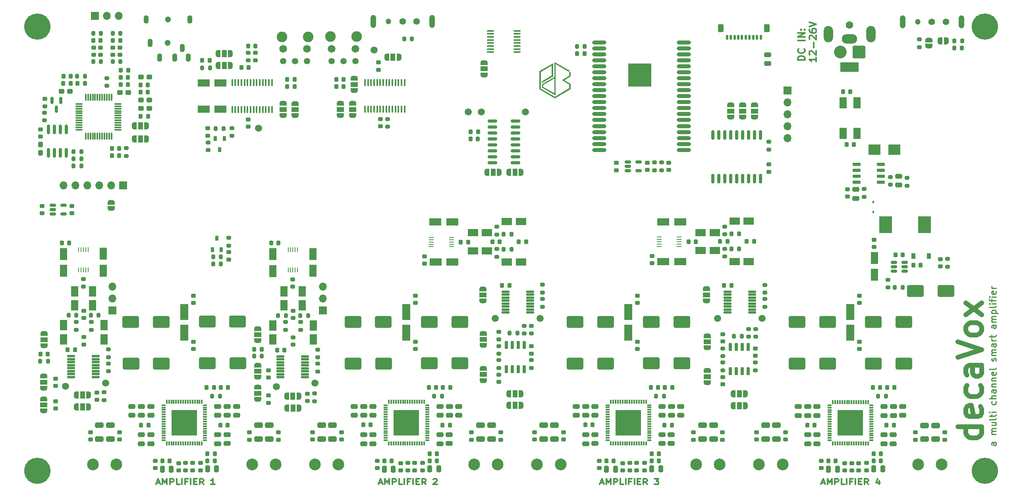
<source format=gbr>
%TF.GenerationSoftware,KiCad,Pcbnew,(6.0.4-0)*%
%TF.CreationDate,2022-05-25T01:46:17+02:00*%
%TF.ProjectId,decaVox,64656361-566f-4782-9e6b-696361645f70,rev?*%
%TF.SameCoordinates,Original*%
%TF.FileFunction,Soldermask,Top*%
%TF.FilePolarity,Negative*%
%FSLAX46Y46*%
G04 Gerber Fmt 4.6, Leading zero omitted, Abs format (unit mm)*
G04 Created by KiCad (PCBNEW (6.0.4-0)) date 2022-05-25 01:46:17*
%MOMM*%
%LPD*%
G01*
G04 APERTURE LIST*
G04 Aperture macros list*
%AMRoundRect*
0 Rectangle with rounded corners*
0 $1 Rounding radius*
0 $2 $3 $4 $5 $6 $7 $8 $9 X,Y pos of 4 corners*
0 Add a 4 corners polygon primitive as box body*
4,1,4,$2,$3,$4,$5,$6,$7,$8,$9,$2,$3,0*
0 Add four circle primitives for the rounded corners*
1,1,$1+$1,$2,$3*
1,1,$1+$1,$4,$5*
1,1,$1+$1,$6,$7*
1,1,$1+$1,$8,$9*
0 Add four rect primitives between the rounded corners*
20,1,$1+$1,$2,$3,$4,$5,0*
20,1,$1+$1,$4,$5,$6,$7,0*
20,1,$1+$1,$6,$7,$8,$9,0*
20,1,$1+$1,$8,$9,$2,$3,0*%
%AMFreePoly0*
4,1,22,0.550000,-0.750000,0.000000,-0.750000,0.000000,-0.745033,-0.079941,-0.743568,-0.215256,-0.701293,-0.333266,-0.622738,-0.424486,-0.514219,-0.481581,-0.384460,-0.499164,-0.250000,-0.500000,-0.250000,-0.500000,0.250000,-0.499164,0.250000,-0.499963,0.256109,-0.478152,0.396186,-0.417904,0.524511,-0.324060,0.630769,-0.204165,0.706417,-0.067858,0.745374,0.000000,0.744959,0.000000,0.750000,
0.550000,0.750000,0.550000,-0.750000,0.550000,-0.750000,$1*%
%AMFreePoly1*
4,1,20,0.000000,0.744959,0.073905,0.744508,0.209726,0.703889,0.328688,0.626782,0.421226,0.519385,0.479903,0.390333,0.500000,0.250000,0.500000,-0.250000,0.499851,-0.262216,0.476331,-0.402017,0.414519,-0.529596,0.319384,-0.634700,0.198574,-0.708877,0.061801,-0.746166,0.000000,-0.745033,0.000000,-0.750000,-0.550000,-0.750000,-0.550000,0.750000,0.000000,0.750000,0.000000,0.744959,
0.000000,0.744959,$1*%
%AMFreePoly2*
4,1,22,0.500000,-0.750000,0.000000,-0.750000,0.000000,-0.745033,-0.079941,-0.743568,-0.215256,-0.701293,-0.333266,-0.622738,-0.424486,-0.514219,-0.481581,-0.384460,-0.499164,-0.250000,-0.500000,-0.250000,-0.500000,0.250000,-0.499164,0.250000,-0.499963,0.256109,-0.478152,0.396186,-0.417904,0.524511,-0.324060,0.630769,-0.204165,0.706417,-0.067858,0.745374,0.000000,0.744959,0.000000,0.750000,
0.500000,0.750000,0.500000,-0.750000,0.500000,-0.750000,$1*%
%AMFreePoly3*
4,1,20,0.000000,0.744959,0.073905,0.744508,0.209726,0.703889,0.328688,0.626782,0.421226,0.519385,0.479903,0.390333,0.500000,0.250000,0.500000,-0.250000,0.499851,-0.262216,0.476331,-0.402017,0.414519,-0.529596,0.319384,-0.634700,0.198574,-0.708877,0.061801,-0.746166,0.000000,-0.745033,0.000000,-0.750000,-0.500000,-0.750000,-0.500000,0.750000,0.000000,0.750000,0.000000,0.744959,
0.000000,0.744959,$1*%
G04 Aperture macros list end*
%ADD10C,0.100000*%
%ADD11C,0.300000*%
%ADD12C,0.250000*%
%ADD13C,1.000000*%
%ADD14C,0.375000*%
%ADD15RoundRect,0.200000X-0.275000X0.200000X-0.275000X-0.200000X0.275000X-0.200000X0.275000X0.200000X0*%
%ADD16R,2.500000X2.300000*%
%ADD17R,0.450000X0.600000*%
%ADD18RoundRect,0.200000X-0.200000X-0.275000X0.200000X-0.275000X0.200000X0.275000X-0.200000X0.275000X0*%
%ADD19RoundRect,0.250000X-0.650000X0.325000X-0.650000X-0.325000X0.650000X-0.325000X0.650000X0.325000X0*%
%ADD20C,2.500000*%
%ADD21RoundRect,0.225000X0.225000X0.250000X-0.225000X0.250000X-0.225000X-0.250000X0.225000X-0.250000X0*%
%ADD22R,1.498600X2.489200*%
%ADD23RoundRect,0.250000X0.475000X-0.250000X0.475000X0.250000X-0.475000X0.250000X-0.475000X-0.250000X0*%
%ADD24RoundRect,0.250000X0.250000X0.475000X-0.250000X0.475000X-0.250000X-0.475000X0.250000X-0.475000X0*%
%ADD25RoundRect,0.225000X0.250000X-0.225000X0.250000X0.225000X-0.250000X0.225000X-0.250000X-0.225000X0*%
%ADD26C,5.600000*%
%ADD27RoundRect,0.250000X-0.312500X-0.275000X0.312500X-0.275000X0.312500X0.275000X-0.312500X0.275000X0*%
%ADD28R,1.700000X1.700000*%
%ADD29O,1.700000X1.700000*%
%ADD30RoundRect,0.100000X0.100000X-0.637500X0.100000X0.637500X-0.100000X0.637500X-0.100000X-0.637500X0*%
%ADD31RoundRect,0.225000X-0.225000X-0.250000X0.225000X-0.250000X0.225000X0.250000X-0.225000X0.250000X0*%
%ADD32RoundRect,0.150000X-0.512500X-0.150000X0.512500X-0.150000X0.512500X0.150000X-0.512500X0.150000X0*%
%ADD33RoundRect,0.218750X-0.218750X-0.256250X0.218750X-0.256250X0.218750X0.256250X-0.218750X0.256250X0*%
%ADD34FreePoly0,90.000000*%
%ADD35R,1.500000X1.000000*%
%ADD36FreePoly1,90.000000*%
%ADD37RoundRect,0.020500X-0.799500X-0.184500X0.799500X-0.184500X0.799500X0.184500X-0.799500X0.184500X0*%
%ADD38RoundRect,0.250000X-0.475000X0.250000X-0.475000X-0.250000X0.475000X-0.250000X0.475000X0.250000X0*%
%ADD39RoundRect,0.225000X-0.250000X0.225000X-0.250000X-0.225000X0.250000X-0.225000X0.250000X0.225000X0*%
%ADD40RoundRect,0.200000X0.200000X0.275000X-0.200000X0.275000X-0.200000X-0.275000X0.200000X-0.275000X0*%
%ADD41FreePoly0,270.000000*%
%ADD42FreePoly1,270.000000*%
%ADD43RoundRect,0.250000X1.500000X1.000000X-1.500000X1.000000X-1.500000X-1.000000X1.500000X-1.000000X0*%
%ADD44RoundRect,0.250000X1.050000X0.550000X-1.050000X0.550000X-1.050000X-0.550000X1.050000X-0.550000X0*%
%ADD45RoundRect,0.250000X0.550000X-1.050000X0.550000X1.050000X-0.550000X1.050000X-0.550000X-1.050000X0*%
%ADD46RoundRect,0.250000X-1.500000X-1.000000X1.500000X-1.000000X1.500000X1.000000X-1.500000X1.000000X0*%
%ADD47RoundRect,0.250000X-0.550000X1.050000X-0.550000X-1.050000X0.550000X-1.050000X0.550000X1.050000X0*%
%ADD48RoundRect,0.200000X0.275000X-0.200000X0.275000X0.200000X-0.275000X0.200000X-0.275000X-0.200000X0*%
%ADD49RoundRect,0.250000X-1.050000X-0.550000X1.050000X-0.550000X1.050000X0.550000X-1.050000X0.550000X0*%
%ADD50RoundRect,0.250000X0.312500X0.275000X-0.312500X0.275000X-0.312500X-0.275000X0.312500X-0.275000X0*%
%ADD51FreePoly0,0.000000*%
%ADD52R,1.000000X1.500000*%
%ADD53FreePoly1,0.000000*%
%ADD54R,1.800000X3.500000*%
%ADD55R,1.600000X2.200000*%
%ADD56C,1.346200*%
%ADD57C,1.651000*%
%ADD58C,2.260600*%
%ADD59RoundRect,0.218750X-0.256250X0.218750X-0.256250X-0.218750X0.256250X-0.218750X0.256250X0.218750X0*%
%ADD60R,1.100000X0.250000*%
%ADD61R,2.200000X1.600000*%
%ADD62C,1.500000*%
%ADD63FreePoly2,180.000000*%
%ADD64FreePoly3,180.000000*%
%ADD65RoundRect,0.250000X-0.250000X-0.475000X0.250000X-0.475000X0.250000X0.475000X-0.250000X0.475000X0*%
%ADD66RoundRect,0.075000X0.362500X0.075000X-0.362500X0.075000X-0.362500X-0.075000X0.362500X-0.075000X0*%
%ADD67RoundRect,0.075000X0.075000X0.362500X-0.075000X0.362500X-0.075000X-0.362500X0.075000X-0.362500X0*%
%ADD68R,5.450000X5.450000*%
%ADD69RoundRect,0.150000X0.725000X0.150000X-0.725000X0.150000X-0.725000X-0.150000X0.725000X-0.150000X0*%
%ADD70C,1.400000*%
%ADD71C,1.200000*%
%ADD72O,1.208000X2.800000*%
%ADD73FreePoly0,180.000000*%
%ADD74FreePoly1,180.000000*%
%ADD75R,0.700000X1.000000*%
%ADD76RoundRect,0.075000X-0.075000X0.662500X-0.075000X-0.662500X0.075000X-0.662500X0.075000X0.662500X0*%
%ADD77RoundRect,0.075000X-0.662500X0.075000X-0.662500X-0.075000X0.662500X-0.075000X0.662500X0.075000X0*%
%ADD78R,2.700000X3.600000*%
%ADD79RoundRect,0.150000X0.150000X-0.825000X0.150000X0.825000X-0.150000X0.825000X-0.150000X-0.825000X0*%
%ADD80RoundRect,0.100000X-0.637500X-0.100000X0.637500X-0.100000X0.637500X0.100000X-0.637500X0.100000X0*%
%ADD81R,0.250000X1.100000*%
%ADD82RoundRect,0.150000X0.150000X-0.725000X0.150000X0.725000X-0.150000X0.725000X-0.150000X-0.725000X0*%
%ADD83RoundRect,0.150000X-0.825000X-0.150000X0.825000X-0.150000X0.825000X0.150000X-0.825000X0.150000X0*%
%ADD84RoundRect,0.250001X1.099999X1.099999X-1.099999X1.099999X-1.099999X-1.099999X1.099999X-1.099999X0*%
%ADD85C,2.700000*%
%ADD86RoundRect,0.150000X-0.150000X0.587500X-0.150000X-0.587500X0.150000X-0.587500X0.150000X0.587500X0*%
%ADD87C,1.300000*%
%ADD88O,1.100000X1.800000*%
%ADD89R,0.900000X1.200000*%
%ADD90RoundRect,0.150000X-0.150000X0.875000X-0.150000X-0.875000X0.150000X-0.875000X0.150000X0.875000X0*%
%ADD91RoundRect,0.125000X0.125000X0.375000X-0.125000X0.375000X-0.125000X-0.375000X0.125000X-0.375000X0*%
%ADD92RoundRect,0.250000X0.350000X0.600000X-0.350000X0.600000X-0.350000X-0.600000X0.350000X-0.600000X0*%
%ADD93FreePoly2,90.000000*%
%ADD94FreePoly3,90.000000*%
%ADD95RoundRect,0.218750X0.256250X-0.218750X0.256250X0.218750X-0.256250X0.218750X-0.256250X-0.218750X0*%
%ADD96C,1.600000*%
%ADD97R,4.000000X2.000000*%
%ADD98O,3.300000X2.000000*%
%ADD99O,2.000000X3.500000*%
%ADD100O,3.000000X0.900000*%
%ADD101C,0.800000*%
%ADD102R,5.000000X5.000000*%
%ADD103RoundRect,0.250000X-0.275000X0.312500X-0.275000X-0.312500X0.275000X-0.312500X0.275000X0.312500X0*%
G04 APERTURE END LIST*
D10*
G36*
X217874666Y-118848863D02*
G01*
X215514666Y-120228863D01*
X215524666Y-119958863D01*
X217644666Y-118738863D01*
X217644666Y-116498863D01*
X215204666Y-117908863D01*
X215204666Y-121468863D01*
X218284666Y-123248863D01*
X221364666Y-121448863D01*
X221364666Y-120598863D01*
X219924666Y-119758863D01*
X219924666Y-119628863D01*
X221364666Y-118808863D01*
X221364666Y-118108863D01*
X221574666Y-117978863D01*
X221574666Y-118908863D01*
X220254666Y-119678863D01*
X221574666Y-120458863D01*
X221574666Y-121578863D01*
X218284666Y-123498863D01*
X214994666Y-121588863D01*
X214994666Y-117778863D01*
X217864666Y-116128863D01*
X217874666Y-118848863D01*
G37*
X217874666Y-118848863D02*
X215514666Y-120228863D01*
X215524666Y-119958863D01*
X217644666Y-118738863D01*
X217644666Y-116498863D01*
X215204666Y-117908863D01*
X215204666Y-121468863D01*
X218284666Y-123248863D01*
X221364666Y-121448863D01*
X221364666Y-120598863D01*
X219924666Y-119758863D01*
X219924666Y-119628863D01*
X221364666Y-118808863D01*
X221364666Y-118108863D01*
X221574666Y-117978863D01*
X221574666Y-118908863D01*
X220254666Y-119678863D01*
X221574666Y-120458863D01*
X221574666Y-121578863D01*
X218284666Y-123498863D01*
X214994666Y-121588863D01*
X214994666Y-117778863D01*
X217864666Y-116128863D01*
X217874666Y-118848863D01*
G36*
X221444666Y-117698863D02*
G01*
X221224666Y-117818863D01*
X218394666Y-116188863D01*
X218394666Y-122808863D01*
X218284666Y-122868863D01*
X215534666Y-121278863D01*
X215534666Y-120568863D01*
X215764666Y-120698863D01*
X215764666Y-121128863D01*
X218184666Y-122528863D01*
X218194666Y-115928863D01*
X218294666Y-115878863D01*
X221444666Y-117698863D01*
G37*
X221444666Y-117698863D02*
X221224666Y-117818863D01*
X218394666Y-116188863D01*
X218394666Y-122808863D01*
X218284666Y-122868863D01*
X215534666Y-121278863D01*
X215534666Y-120568863D01*
X215764666Y-120698863D01*
X215764666Y-121128863D01*
X218184666Y-122528863D01*
X218194666Y-115928863D01*
X218294666Y-115878863D01*
X221444666Y-117698863D01*
G36*
X218154666Y-119278863D02*
G01*
X215754666Y-120668863D01*
X215534666Y-120558863D01*
X218164666Y-119058863D01*
X218154666Y-119278863D01*
G37*
X218154666Y-119278863D02*
X215754666Y-120668863D01*
X215534666Y-120558863D01*
X218164666Y-119058863D01*
X218154666Y-119278863D01*
D11*
X180800000Y-205600000D02*
X181466666Y-205600000D01*
X180666666Y-205942857D02*
X181133333Y-204742857D01*
X181600000Y-205942857D01*
X182066666Y-205942857D02*
X182066666Y-204742857D01*
X182533333Y-205600000D01*
X183000000Y-204742857D01*
X183000000Y-205942857D01*
X183666666Y-205942857D02*
X183666666Y-204742857D01*
X184200000Y-204742857D01*
X184333333Y-204800000D01*
X184400000Y-204857142D01*
X184466666Y-204971428D01*
X184466666Y-205142857D01*
X184400000Y-205257142D01*
X184333333Y-205314285D01*
X184200000Y-205371428D01*
X183666666Y-205371428D01*
X185733333Y-205942857D02*
X185066666Y-205942857D01*
X185066666Y-204742857D01*
X186200000Y-205942857D02*
X186200000Y-204742857D01*
X187333333Y-205314285D02*
X186866666Y-205314285D01*
X186866666Y-205942857D02*
X186866666Y-204742857D01*
X187533333Y-204742857D01*
X188066666Y-205942857D02*
X188066666Y-204742857D01*
X188733333Y-205314285D02*
X189200000Y-205314285D01*
X189400000Y-205942857D02*
X188733333Y-205942857D01*
X188733333Y-204742857D01*
X189400000Y-204742857D01*
X190800000Y-205942857D02*
X190333333Y-205371428D01*
X190000000Y-205942857D02*
X190000000Y-204742857D01*
X190533333Y-204742857D01*
X190666666Y-204800000D01*
X190733333Y-204857142D01*
X190800000Y-204971428D01*
X190800000Y-205142857D01*
X190733333Y-205257142D01*
X190666666Y-205314285D01*
X190533333Y-205371428D01*
X190000000Y-205371428D01*
X192400000Y-204857142D02*
X192466666Y-204800000D01*
X192600000Y-204742857D01*
X192933333Y-204742857D01*
X193066666Y-204800000D01*
X193133333Y-204857142D01*
X193200000Y-204971428D01*
X193200000Y-205085714D01*
X193133333Y-205257142D01*
X192333333Y-205942857D01*
X193200000Y-205942857D01*
X275150000Y-205600000D02*
X275816666Y-205600000D01*
X275016666Y-205942857D02*
X275483333Y-204742857D01*
X275950000Y-205942857D01*
X276416666Y-205942857D02*
X276416666Y-204742857D01*
X276883333Y-205600000D01*
X277350000Y-204742857D01*
X277350000Y-205942857D01*
X278016666Y-205942857D02*
X278016666Y-204742857D01*
X278550000Y-204742857D01*
X278683333Y-204800000D01*
X278750000Y-204857142D01*
X278816666Y-204971428D01*
X278816666Y-205142857D01*
X278750000Y-205257142D01*
X278683333Y-205314285D01*
X278550000Y-205371428D01*
X278016666Y-205371428D01*
X280083333Y-205942857D02*
X279416666Y-205942857D01*
X279416666Y-204742857D01*
X280550000Y-205942857D02*
X280550000Y-204742857D01*
X281683333Y-205314285D02*
X281216666Y-205314285D01*
X281216666Y-205942857D02*
X281216666Y-204742857D01*
X281883333Y-204742857D01*
X282416666Y-205942857D02*
X282416666Y-204742857D01*
X283083333Y-205314285D02*
X283550000Y-205314285D01*
X283750000Y-205942857D02*
X283083333Y-205942857D01*
X283083333Y-204742857D01*
X283750000Y-204742857D01*
X285150000Y-205942857D02*
X284683333Y-205371428D01*
X284350000Y-205942857D02*
X284350000Y-204742857D01*
X284883333Y-204742857D01*
X285016666Y-204800000D01*
X285083333Y-204857142D01*
X285150000Y-204971428D01*
X285150000Y-205142857D01*
X285083333Y-205257142D01*
X285016666Y-205314285D01*
X284883333Y-205371428D01*
X284350000Y-205371428D01*
X287416666Y-205142857D02*
X287416666Y-205942857D01*
X287083333Y-204685714D02*
X286750000Y-205542857D01*
X287616666Y-205542857D01*
D12*
X312333333Y-196933333D02*
X311600000Y-196933333D01*
X311466666Y-197000000D01*
X311400000Y-197133333D01*
X311400000Y-197400000D01*
X311466666Y-197533333D01*
X312266666Y-196933333D02*
X312333333Y-197066666D01*
X312333333Y-197400000D01*
X312266666Y-197533333D01*
X312133333Y-197600000D01*
X312000000Y-197600000D01*
X311866666Y-197533333D01*
X311800000Y-197400000D01*
X311800000Y-197066666D01*
X311733333Y-196933333D01*
X312333333Y-195200000D02*
X311400000Y-195200000D01*
X311533333Y-195200000D02*
X311466666Y-195133333D01*
X311400000Y-195000000D01*
X311400000Y-194800000D01*
X311466666Y-194666666D01*
X311600000Y-194600000D01*
X312333333Y-194600000D01*
X311600000Y-194600000D02*
X311466666Y-194533333D01*
X311400000Y-194400000D01*
X311400000Y-194200000D01*
X311466666Y-194066666D01*
X311600000Y-194000000D01*
X312333333Y-194000000D01*
X311400000Y-192733333D02*
X312333333Y-192733333D01*
X311400000Y-193333333D02*
X312133333Y-193333333D01*
X312266666Y-193266666D01*
X312333333Y-193133333D01*
X312333333Y-192933333D01*
X312266666Y-192800000D01*
X312200000Y-192733333D01*
X312333333Y-191866666D02*
X312266666Y-192000000D01*
X312133333Y-192066666D01*
X310933333Y-192066666D01*
X311400000Y-191533333D02*
X311400000Y-191000000D01*
X310933333Y-191333333D02*
X312133333Y-191333333D01*
X312266666Y-191266666D01*
X312333333Y-191133333D01*
X312333333Y-191000000D01*
X312333333Y-190533333D02*
X311400000Y-190533333D01*
X310933333Y-190533333D02*
X311000000Y-190600000D01*
X311066666Y-190533333D01*
X311000000Y-190466666D01*
X310933333Y-190533333D01*
X311066666Y-190533333D01*
X312266666Y-188200000D02*
X312333333Y-188333333D01*
X312333333Y-188600000D01*
X312266666Y-188733333D01*
X312200000Y-188800000D01*
X312066666Y-188866666D01*
X311666666Y-188866666D01*
X311533333Y-188800000D01*
X311466666Y-188733333D01*
X311400000Y-188600000D01*
X311400000Y-188333333D01*
X311466666Y-188200000D01*
X312333333Y-187600000D02*
X310933333Y-187600000D01*
X312333333Y-187000000D02*
X311600000Y-187000000D01*
X311466666Y-187066666D01*
X311400000Y-187200000D01*
X311400000Y-187400000D01*
X311466666Y-187533333D01*
X311533333Y-187600000D01*
X312333333Y-185733333D02*
X311600000Y-185733333D01*
X311466666Y-185800000D01*
X311400000Y-185933333D01*
X311400000Y-186200000D01*
X311466666Y-186333333D01*
X312266666Y-185733333D02*
X312333333Y-185866666D01*
X312333333Y-186200000D01*
X312266666Y-186333333D01*
X312133333Y-186400000D01*
X312000000Y-186400000D01*
X311866666Y-186333333D01*
X311800000Y-186200000D01*
X311800000Y-185866666D01*
X311733333Y-185733333D01*
X311400000Y-185066666D02*
X312333333Y-185066666D01*
X311533333Y-185066666D02*
X311466666Y-185000000D01*
X311400000Y-184866666D01*
X311400000Y-184666666D01*
X311466666Y-184533333D01*
X311600000Y-184466666D01*
X312333333Y-184466666D01*
X311400000Y-183800000D02*
X312333333Y-183800000D01*
X311533333Y-183800000D02*
X311466666Y-183733333D01*
X311400000Y-183600000D01*
X311400000Y-183400000D01*
X311466666Y-183266666D01*
X311600000Y-183200000D01*
X312333333Y-183200000D01*
X312266666Y-182000000D02*
X312333333Y-182133333D01*
X312333333Y-182400000D01*
X312266666Y-182533333D01*
X312133333Y-182600000D01*
X311600000Y-182600000D01*
X311466666Y-182533333D01*
X311400000Y-182400000D01*
X311400000Y-182133333D01*
X311466666Y-182000000D01*
X311600000Y-181933333D01*
X311733333Y-181933333D01*
X311866666Y-182600000D01*
X312333333Y-181133333D02*
X312266666Y-181266666D01*
X312133333Y-181333333D01*
X310933333Y-181333333D01*
X312266666Y-179600000D02*
X312333333Y-179466666D01*
X312333333Y-179200000D01*
X312266666Y-179066666D01*
X312133333Y-179000000D01*
X312066666Y-179000000D01*
X311933333Y-179066666D01*
X311866666Y-179200000D01*
X311866666Y-179400000D01*
X311800000Y-179533333D01*
X311666666Y-179600000D01*
X311600000Y-179600000D01*
X311466666Y-179533333D01*
X311400000Y-179400000D01*
X311400000Y-179200000D01*
X311466666Y-179066666D01*
X312333333Y-178400000D02*
X311400000Y-178400000D01*
X311533333Y-178400000D02*
X311466666Y-178333333D01*
X311400000Y-178200000D01*
X311400000Y-178000000D01*
X311466666Y-177866666D01*
X311600000Y-177800000D01*
X312333333Y-177800000D01*
X311600000Y-177800000D02*
X311466666Y-177733333D01*
X311400000Y-177600000D01*
X311400000Y-177400000D01*
X311466666Y-177266666D01*
X311600000Y-177200000D01*
X312333333Y-177200000D01*
X312333333Y-175933333D02*
X311600000Y-175933333D01*
X311466666Y-176000000D01*
X311400000Y-176133333D01*
X311400000Y-176400000D01*
X311466666Y-176533333D01*
X312266666Y-175933333D02*
X312333333Y-176066666D01*
X312333333Y-176400000D01*
X312266666Y-176533333D01*
X312133333Y-176600000D01*
X312000000Y-176600000D01*
X311866666Y-176533333D01*
X311800000Y-176400000D01*
X311800000Y-176066666D01*
X311733333Y-175933333D01*
X312333333Y-175266666D02*
X311400000Y-175266666D01*
X311666666Y-175266666D02*
X311533333Y-175200000D01*
X311466666Y-175133333D01*
X311400000Y-175000000D01*
X311400000Y-174866666D01*
X311400000Y-174600000D02*
X311400000Y-174066666D01*
X310933333Y-174400000D02*
X312133333Y-174400000D01*
X312266666Y-174333333D01*
X312333333Y-174200000D01*
X312333333Y-174066666D01*
X312333333Y-171933333D02*
X311600000Y-171933333D01*
X311466666Y-172000000D01*
X311400000Y-172133333D01*
X311400000Y-172400000D01*
X311466666Y-172533333D01*
X312266666Y-171933333D02*
X312333333Y-172066666D01*
X312333333Y-172400000D01*
X312266666Y-172533333D01*
X312133333Y-172600000D01*
X312000000Y-172600000D01*
X311866666Y-172533333D01*
X311800000Y-172400000D01*
X311800000Y-172066666D01*
X311733333Y-171933333D01*
X312333333Y-171266666D02*
X311400000Y-171266666D01*
X311533333Y-171266666D02*
X311466666Y-171200000D01*
X311400000Y-171066666D01*
X311400000Y-170866666D01*
X311466666Y-170733333D01*
X311600000Y-170666666D01*
X312333333Y-170666666D01*
X311600000Y-170666666D02*
X311466666Y-170600000D01*
X311400000Y-170466666D01*
X311400000Y-170266666D01*
X311466666Y-170133333D01*
X311600000Y-170066666D01*
X312333333Y-170066666D01*
X311400000Y-169400000D02*
X312800000Y-169400000D01*
X311466666Y-169400000D02*
X311400000Y-169266666D01*
X311400000Y-169000000D01*
X311466666Y-168866666D01*
X311533333Y-168800000D01*
X311666666Y-168733333D01*
X312066666Y-168733333D01*
X312200000Y-168800000D01*
X312266666Y-168866666D01*
X312333333Y-169000000D01*
X312333333Y-169266666D01*
X312266666Y-169400000D01*
X312333333Y-167933333D02*
X312266666Y-168066666D01*
X312133333Y-168133333D01*
X310933333Y-168133333D01*
X312333333Y-167400000D02*
X311400000Y-167400000D01*
X310933333Y-167400000D02*
X311000000Y-167466666D01*
X311066666Y-167400000D01*
X311000000Y-167333333D01*
X310933333Y-167400000D01*
X311066666Y-167400000D01*
X311400000Y-166933333D02*
X311400000Y-166400000D01*
X312333333Y-166733333D02*
X311133333Y-166733333D01*
X311000000Y-166666666D01*
X310933333Y-166533333D01*
X310933333Y-166400000D01*
X312333333Y-165933333D02*
X311400000Y-165933333D01*
X310933333Y-165933333D02*
X311000000Y-166000000D01*
X311066666Y-165933333D01*
X311000000Y-165866666D01*
X310933333Y-165933333D01*
X311066666Y-165933333D01*
X312266666Y-164733333D02*
X312333333Y-164866666D01*
X312333333Y-165133333D01*
X312266666Y-165266666D01*
X312133333Y-165333333D01*
X311600000Y-165333333D01*
X311466666Y-165266666D01*
X311400000Y-165133333D01*
X311400000Y-164866666D01*
X311466666Y-164733333D01*
X311600000Y-164666666D01*
X311733333Y-164666666D01*
X311866666Y-165333333D01*
X312333333Y-164066666D02*
X311400000Y-164066666D01*
X311666666Y-164066666D02*
X311533333Y-164000000D01*
X311466666Y-163933333D01*
X311400000Y-163800000D01*
X311400000Y-163666666D01*
D11*
X228000000Y-205600000D02*
X228666666Y-205600000D01*
X227866666Y-205942857D02*
X228333333Y-204742857D01*
X228800000Y-205942857D01*
X229266666Y-205942857D02*
X229266666Y-204742857D01*
X229733333Y-205600000D01*
X230200000Y-204742857D01*
X230200000Y-205942857D01*
X230866666Y-205942857D02*
X230866666Y-204742857D01*
X231400000Y-204742857D01*
X231533333Y-204800000D01*
X231600000Y-204857142D01*
X231666666Y-204971428D01*
X231666666Y-205142857D01*
X231600000Y-205257142D01*
X231533333Y-205314285D01*
X231400000Y-205371428D01*
X230866666Y-205371428D01*
X232933333Y-205942857D02*
X232266666Y-205942857D01*
X232266666Y-204742857D01*
X233400000Y-205942857D02*
X233400000Y-204742857D01*
X234533333Y-205314285D02*
X234066666Y-205314285D01*
X234066666Y-205942857D02*
X234066666Y-204742857D01*
X234733333Y-204742857D01*
X235266666Y-205942857D02*
X235266666Y-204742857D01*
X235933333Y-205314285D02*
X236400000Y-205314285D01*
X236600000Y-205942857D02*
X235933333Y-205942857D01*
X235933333Y-204742857D01*
X236600000Y-204742857D01*
X238000000Y-205942857D02*
X237533333Y-205371428D01*
X237200000Y-205942857D02*
X237200000Y-204742857D01*
X237733333Y-204742857D01*
X237866666Y-204800000D01*
X237933333Y-204857142D01*
X238000000Y-204971428D01*
X238000000Y-205142857D01*
X237933333Y-205257142D01*
X237866666Y-205314285D01*
X237733333Y-205371428D01*
X237200000Y-205371428D01*
X239533333Y-204742857D02*
X240400000Y-204742857D01*
X239933333Y-205200000D01*
X240133333Y-205200000D01*
X240266666Y-205257142D01*
X240333333Y-205314285D01*
X240400000Y-205428571D01*
X240400000Y-205714285D01*
X240333333Y-205828571D01*
X240266666Y-205885714D01*
X240133333Y-205942857D01*
X239733333Y-205942857D01*
X239600000Y-205885714D01*
X239533333Y-205828571D01*
D13*
X309261904Y-193604761D02*
X304261904Y-193604761D01*
X309023809Y-193604761D02*
X309261904Y-194080952D01*
X309261904Y-195033333D01*
X309023809Y-195509523D01*
X308785714Y-195747619D01*
X308309523Y-195985714D01*
X306880952Y-195985714D01*
X306404761Y-195747619D01*
X306166666Y-195509523D01*
X305928571Y-195033333D01*
X305928571Y-194080952D01*
X306166666Y-193604761D01*
X309023809Y-189319047D02*
X309261904Y-189795238D01*
X309261904Y-190747619D01*
X309023809Y-191223809D01*
X308547619Y-191461904D01*
X306642857Y-191461904D01*
X306166666Y-191223809D01*
X305928571Y-190747619D01*
X305928571Y-189795238D01*
X306166666Y-189319047D01*
X306642857Y-189080952D01*
X307119047Y-189080952D01*
X307595238Y-191461904D01*
X309023809Y-184795238D02*
X309261904Y-185271428D01*
X309261904Y-186223809D01*
X309023809Y-186700000D01*
X308785714Y-186938095D01*
X308309523Y-187176190D01*
X306880952Y-187176190D01*
X306404761Y-186938095D01*
X306166666Y-186700000D01*
X305928571Y-186223809D01*
X305928571Y-185271428D01*
X306166666Y-184795238D01*
X309261904Y-180509523D02*
X306642857Y-180509523D01*
X306166666Y-180747619D01*
X305928571Y-181223809D01*
X305928571Y-182176190D01*
X306166666Y-182652380D01*
X309023809Y-180509523D02*
X309261904Y-180985714D01*
X309261904Y-182176190D01*
X309023809Y-182652380D01*
X308547619Y-182890476D01*
X308071428Y-182890476D01*
X307595238Y-182652380D01*
X307357142Y-182176190D01*
X307357142Y-180985714D01*
X307119047Y-180509523D01*
X304261904Y-178842857D02*
X309261904Y-177176190D01*
X304261904Y-175509523D01*
X309261904Y-173128571D02*
X309023809Y-173604761D01*
X308785714Y-173842857D01*
X308309523Y-174080952D01*
X306880952Y-174080952D01*
X306404761Y-173842857D01*
X306166666Y-173604761D01*
X305928571Y-173128571D01*
X305928571Y-172414285D01*
X306166666Y-171938095D01*
X306404761Y-171700000D01*
X306880952Y-171461904D01*
X308309523Y-171461904D01*
X308785714Y-171700000D01*
X309023809Y-171938095D01*
X309261904Y-172414285D01*
X309261904Y-173128571D01*
X309261904Y-169795238D02*
X305928571Y-167176190D01*
X305928571Y-169795238D02*
X309261904Y-167176190D01*
D11*
X133400000Y-205600000D02*
X134066666Y-205600000D01*
X133266666Y-205942857D02*
X133733333Y-204742857D01*
X134200000Y-205942857D01*
X134666666Y-205942857D02*
X134666666Y-204742857D01*
X135133333Y-205600000D01*
X135600000Y-204742857D01*
X135600000Y-205942857D01*
X136266666Y-205942857D02*
X136266666Y-204742857D01*
X136800000Y-204742857D01*
X136933333Y-204800000D01*
X137000000Y-204857142D01*
X137066666Y-204971428D01*
X137066666Y-205142857D01*
X137000000Y-205257142D01*
X136933333Y-205314285D01*
X136800000Y-205371428D01*
X136266666Y-205371428D01*
X138333333Y-205942857D02*
X137666666Y-205942857D01*
X137666666Y-204742857D01*
X138800000Y-205942857D02*
X138800000Y-204742857D01*
X139933333Y-205314285D02*
X139466666Y-205314285D01*
X139466666Y-205942857D02*
X139466666Y-204742857D01*
X140133333Y-204742857D01*
X140666666Y-205942857D02*
X140666666Y-204742857D01*
X141333333Y-205314285D02*
X141800000Y-205314285D01*
X142000000Y-205942857D02*
X141333333Y-205942857D01*
X141333333Y-204742857D01*
X142000000Y-204742857D01*
X143400000Y-205942857D02*
X142933333Y-205371428D01*
X142600000Y-205942857D02*
X142600000Y-204742857D01*
X143133333Y-204742857D01*
X143266666Y-204800000D01*
X143333333Y-204857142D01*
X143400000Y-204971428D01*
X143400000Y-205142857D01*
X143333333Y-205257142D01*
X143266666Y-205314285D01*
X143133333Y-205371428D01*
X142600000Y-205371428D01*
X145800000Y-205942857D02*
X145000000Y-205942857D01*
X145400000Y-205942857D02*
X145400000Y-204742857D01*
X145266666Y-204914285D01*
X145133333Y-205028571D01*
X145000000Y-205085714D01*
D14*
X271621071Y-115385714D02*
X270121071Y-115385714D01*
X270121071Y-115028571D01*
X270192500Y-114814285D01*
X270335357Y-114671428D01*
X270478214Y-114600000D01*
X270763928Y-114528571D01*
X270978214Y-114528571D01*
X271263928Y-114600000D01*
X271406785Y-114671428D01*
X271549642Y-114814285D01*
X271621071Y-115028571D01*
X271621071Y-115385714D01*
X271478214Y-113028571D02*
X271549642Y-113100000D01*
X271621071Y-113314285D01*
X271621071Y-113457142D01*
X271549642Y-113671428D01*
X271406785Y-113814285D01*
X271263928Y-113885714D01*
X270978214Y-113957142D01*
X270763928Y-113957142D01*
X270478214Y-113885714D01*
X270335357Y-113814285D01*
X270192500Y-113671428D01*
X270121071Y-113457142D01*
X270121071Y-113314285D01*
X270192500Y-113100000D01*
X270263928Y-113028571D01*
X271621071Y-111242857D02*
X270121071Y-111242857D01*
X271621071Y-110528571D02*
X270121071Y-110528571D01*
X271621071Y-109671428D01*
X270121071Y-109671428D01*
X271478214Y-108957142D02*
X271549642Y-108885714D01*
X271621071Y-108957142D01*
X271549642Y-109028571D01*
X271478214Y-108957142D01*
X271621071Y-108957142D01*
X270692500Y-108957142D02*
X270763928Y-108885714D01*
X270835357Y-108957142D01*
X270763928Y-109028571D01*
X270692500Y-108957142D01*
X270835357Y-108957142D01*
X274036071Y-114885714D02*
X274036071Y-115742857D01*
X274036071Y-115314285D02*
X272536071Y-115314285D01*
X272750357Y-115457142D01*
X272893214Y-115600000D01*
X272964642Y-115742857D01*
X272678928Y-114314285D02*
X272607500Y-114242857D01*
X272536071Y-114100000D01*
X272536071Y-113742857D01*
X272607500Y-113600000D01*
X272678928Y-113528571D01*
X272821785Y-113457142D01*
X272964642Y-113457142D01*
X273178928Y-113528571D01*
X274036071Y-114385714D01*
X274036071Y-113457142D01*
X273464642Y-112814285D02*
X273464642Y-111671428D01*
X272678928Y-111028571D02*
X272607500Y-110957142D01*
X272536071Y-110814285D01*
X272536071Y-110457142D01*
X272607500Y-110314285D01*
X272678928Y-110242857D01*
X272821785Y-110171428D01*
X272964642Y-110171428D01*
X273178928Y-110242857D01*
X274036071Y-111100000D01*
X274036071Y-110171428D01*
X272536071Y-108885714D02*
X272536071Y-109171428D01*
X272607500Y-109314285D01*
X272678928Y-109385714D01*
X272893214Y-109528571D01*
X273178928Y-109600000D01*
X273750357Y-109600000D01*
X273893214Y-109528571D01*
X273964642Y-109457142D01*
X274036071Y-109314285D01*
X274036071Y-109028571D01*
X273964642Y-108885714D01*
X273893214Y-108814285D01*
X273750357Y-108742857D01*
X273393214Y-108742857D01*
X273250357Y-108814285D01*
X273178928Y-108885714D01*
X273107500Y-109028571D01*
X273107500Y-109314285D01*
X273178928Y-109457142D01*
X273250357Y-109528571D01*
X273393214Y-109600000D01*
X272536071Y-108314285D02*
X274036071Y-107814285D01*
X272536071Y-107314285D01*
D15*
%TO.C,R7*%
X293400000Y-140575000D03*
X293400000Y-142225000D03*
%TD*%
D16*
%TO.C,D7*%
X290700000Y-134500000D03*
X286400000Y-134500000D03*
%TD*%
D17*
%TO.C,D3*%
X286200000Y-145700000D03*
X286200000Y-147800000D03*
%TD*%
D18*
%TO.C,R39*%
X115698000Y-134924800D03*
X117348000Y-134924800D03*
%TD*%
D19*
%TO.C,FB18*%
X218233600Y-193276400D03*
X218233600Y-196226400D03*
%TD*%
D20*
%TO.C,J18*%
X248448800Y-201662000D03*
X253448800Y-201662000D03*
%TD*%
D21*
%TO.C,C222*%
X255092200Y-154127200D03*
X253542200Y-154127200D03*
%TD*%
D22*
%TO.C,L6*%
X282750000Y-124548800D03*
X282750000Y-131051200D03*
X279750000Y-124548800D03*
X279750000Y-131051200D03*
%TD*%
D19*
%TO.C,FB16*%
X215896800Y-193278200D03*
X215896800Y-196228200D03*
%TD*%
D23*
%TO.C,C145*%
X270154450Y-191221550D03*
X270154450Y-189321550D03*
%TD*%
D24*
%TO.C,C108*%
X183868150Y-202682600D03*
X181968150Y-202682600D03*
%TD*%
D25*
%TO.C,C214*%
X162433000Y-163743100D03*
X162433000Y-162193100D03*
%TD*%
D26*
%TO.C,H3*%
X310000000Y-108254800D03*
%TD*%
D18*
%TO.C,R67*%
X255930400Y-155727400D03*
X257580400Y-155727400D03*
%TD*%
D27*
%TO.C,C57*%
X130098800Y-123926600D03*
X131873800Y-123926600D03*
%TD*%
D28*
%TO.C,J5*%
X120218200Y-105994200D03*
D29*
X122758200Y-105994200D03*
X125298200Y-105994200D03*
%TD*%
D25*
%TO.C,C94*%
X141222850Y-167221900D03*
X141222850Y-165671900D03*
%TD*%
D30*
%TO.C,U8*%
X177816800Y-125925500D03*
X178466800Y-125925500D03*
X179116800Y-125925500D03*
X179766800Y-125925500D03*
X180416800Y-125925500D03*
X181066800Y-125925500D03*
X181716800Y-125925500D03*
X182366800Y-125925500D03*
X183016800Y-125925500D03*
X183666800Y-125925500D03*
X184316800Y-125925500D03*
X184966800Y-125925500D03*
X185616800Y-125925500D03*
X186266800Y-125925500D03*
X186266800Y-120200500D03*
X185616800Y-120200500D03*
X184966800Y-120200500D03*
X184316800Y-120200500D03*
X183666800Y-120200500D03*
X183016800Y-120200500D03*
X182366800Y-120200500D03*
X181716800Y-120200500D03*
X181066800Y-120200500D03*
X180416800Y-120200500D03*
X179766800Y-120200500D03*
X179116800Y-120200500D03*
X178466800Y-120200500D03*
X177816800Y-120200500D03*
%TD*%
D23*
%TO.C,C151*%
X274193050Y-197241350D03*
X274193050Y-195341350D03*
%TD*%
D31*
%TO.C,C146*%
X289013650Y-193294150D03*
X290563650Y-193294150D03*
%TD*%
D23*
%TO.C,C81*%
X130166750Y-191212000D03*
X130166750Y-189312000D03*
%TD*%
D32*
%TO.C,U4*%
X111258850Y-146354800D03*
X111258850Y-147304800D03*
X111258850Y-148254800D03*
X113533850Y-148254800D03*
X113533850Y-146354800D03*
%TD*%
D33*
%TO.C,FB23*%
X210616800Y-154152600D03*
X212191800Y-154152600D03*
%TD*%
D19*
%TO.C,FB19*%
X249780400Y-193330800D03*
X249780400Y-196280800D03*
%TD*%
D34*
%TO.C,JP10*%
X250657100Y-166781000D03*
D35*
X250657100Y-165481000D03*
D36*
X250657100Y-164181000D03*
%TD*%
D37*
%TO.C,U17*%
X115144800Y-178585400D03*
X115144800Y-179220400D03*
X115144800Y-179855400D03*
X115144800Y-180490400D03*
X115144800Y-181125400D03*
X115144800Y-181760400D03*
X115144800Y-182395400D03*
X115144800Y-183030400D03*
X120414800Y-183030400D03*
X120414800Y-182395400D03*
X120414800Y-181760400D03*
X120414800Y-181125400D03*
X120414800Y-180490400D03*
X120414800Y-179855400D03*
X120414800Y-179220400D03*
X120414800Y-178585400D03*
%TD*%
D38*
%TO.C,C242*%
X291642800Y-140199800D03*
X291642800Y-142099800D03*
%TD*%
D39*
%TO.C,C73*%
X138066150Y-201387200D03*
X138066150Y-202937200D03*
%TD*%
D31*
%TO.C,C37*%
X119912600Y-111277400D03*
X121462600Y-111277400D03*
%TD*%
D25*
%TO.C,C243*%
X280720800Y-144539000D03*
X280720800Y-142989000D03*
%TD*%
D23*
%TO.C,C130*%
X290474450Y-191221550D03*
X290474450Y-189321550D03*
%TD*%
D40*
%TO.C,R47*%
X147116800Y-157378400D03*
X145466800Y-157378400D03*
%TD*%
D15*
%TO.C,R78*%
X289864800Y-140348200D03*
X289864800Y-141998200D03*
%TD*%
D21*
%TO.C,C150*%
X273672650Y-193294150D03*
X272122650Y-193294150D03*
%TD*%
D33*
%TO.C,FB3*%
X161213800Y-119558600D03*
X162788800Y-119558600D03*
%TD*%
D41*
%TO.C,JP18*%
X109372400Y-173756800D03*
D35*
X109372400Y-175056800D03*
D42*
X109372400Y-176356800D03*
%TD*%
D25*
%TO.C,C18*%
X157276800Y-188520000D03*
X157276800Y-186970000D03*
%TD*%
D21*
%TO.C,C82*%
X131652950Y-193284600D03*
X130102950Y-193284600D03*
%TD*%
D18*
%TO.C,R66*%
X255930400Y-152501600D03*
X257580400Y-152501600D03*
%TD*%
%TO.C,R19*%
X154165800Y-178587400D03*
X155815800Y-178587400D03*
%TD*%
D26*
%TO.C,H2*%
X310000000Y-203000000D03*
%TD*%
D43*
%TO.C,C120*%
X198036750Y-180125100D03*
X191536750Y-180125100D03*
%TD*%
D39*
%TO.C,C104*%
X190121550Y-201361200D03*
X190121550Y-202911200D03*
%TD*%
D34*
%TO.C,JP13*%
X109280700Y-185424600D03*
D35*
X109280700Y-184124600D03*
D36*
X109280700Y-182824600D03*
%TD*%
D40*
%TO.C,R44*%
X288893550Y-187145050D03*
X287243550Y-187145050D03*
%TD*%
D44*
%TO.C,C27*%
X147011800Y-120320600D03*
X143411800Y-120320600D03*
%TD*%
D45*
%TO.C,C6*%
X286461200Y-161210400D03*
X286461200Y-157610400D03*
%TD*%
D39*
%TO.C,C39*%
X125589800Y-112737600D03*
X125589800Y-114287600D03*
%TD*%
D46*
%TO.C,C153*%
X286190150Y-171250000D03*
X292690150Y-171250000D03*
%TD*%
D31*
%TO.C,C8*%
X200342200Y-132232400D03*
X201892200Y-132232400D03*
%TD*%
D47*
%TO.C,C200*%
X113512600Y-156782900D03*
X113512600Y-160382900D03*
%TD*%
D19*
%TO.C,FB14*%
X265564150Y-193288250D03*
X265564150Y-196238250D03*
%TD*%
D25*
%TO.C,C160*%
X301400000Y-196400000D03*
X301400000Y-194850000D03*
%TD*%
D43*
%TO.C,C121*%
X181750000Y-171300000D03*
X175250000Y-171300000D03*
%TD*%
D48*
%TO.C,R75*%
X149479000Y-131598200D03*
X149479000Y-129948200D03*
%TD*%
D23*
%TO.C,C149*%
X272186450Y-191221550D03*
X272186450Y-189321550D03*
%TD*%
D25*
%TO.C,C157*%
X267494550Y-196363450D03*
X267494550Y-194813450D03*
%TD*%
D31*
%TO.C,C197*%
X223049800Y-114050000D03*
X224599800Y-114050000D03*
%TD*%
D19*
%TO.C,FB5*%
X157428050Y-193331300D03*
X157428050Y-196281300D03*
%TD*%
D49*
%TO.C,C230*%
X192865600Y-158496000D03*
X196465600Y-158496000D03*
%TD*%
D25*
%TO.C,C14*%
X115342750Y-148079800D03*
X115342750Y-146529800D03*
%TD*%
D50*
%TO.C,C43*%
X127378000Y-122351800D03*
X125603000Y-122351800D03*
%TD*%
D21*
%TO.C,C2*%
X292481600Y-156967850D03*
X290931600Y-156967850D03*
%TD*%
D15*
%TO.C,R68*%
X215692200Y-163361000D03*
X215692200Y-165011000D03*
%TD*%
D48*
%TO.C,R30*%
X152882600Y-115519000D03*
X152882600Y-113869000D03*
%TD*%
D23*
%TO.C,C77*%
X128134750Y-191212000D03*
X128134750Y-189312000D03*
%TD*%
D51*
%TO.C,JP1*%
X203830400Y-139395200D03*
D52*
X205130400Y-139395200D03*
D53*
X206430400Y-139395200D03*
%TD*%
D31*
%TO.C,C67*%
X144237750Y-199355200D03*
X145787750Y-199355200D03*
%TD*%
D25*
%TO.C,C199*%
X237998000Y-138849400D03*
X237998000Y-137299400D03*
%TD*%
D54*
%TO.C,L3*%
X186648850Y-169136700D03*
X186648850Y-173536700D03*
%TD*%
D55*
%TO.C,C216*%
X160553400Y-164753700D03*
X160553400Y-167753700D03*
%TD*%
D39*
%TO.C,C10*%
X263906000Y-137692800D03*
X263906000Y-139242800D03*
%TD*%
D15*
%TO.C,R65*%
X254508000Y-155664400D03*
X254508000Y-157314400D03*
%TD*%
D25*
%TO.C,C144*%
X275127850Y-202451150D03*
X275127850Y-200901150D03*
%TD*%
D21*
%TO.C,C38*%
X118084600Y-120421400D03*
X116534600Y-120421400D03*
%TD*%
D26*
%TO.C,H1*%
X108000000Y-203000000D03*
%TD*%
D21*
%TO.C,C133*%
X290659350Y-185265450D03*
X289109350Y-185265450D03*
%TD*%
D48*
%TO.C,R20*%
X206314600Y-181089200D03*
X206314600Y-179439200D03*
%TD*%
D21*
%TO.C,C19*%
X110182700Y-178155600D03*
X108632700Y-178155600D03*
%TD*%
D56*
%TO.C,J9*%
X160350200Y-115692596D03*
X162890200Y-115692596D03*
X165430200Y-115692596D03*
D57*
X160350200Y-113062596D03*
X165430200Y-113062596D03*
D58*
X160090201Y-110452596D03*
X165690199Y-110452596D03*
%TD*%
D23*
%TO.C,C62*%
X148454750Y-191212000D03*
X148454750Y-189312000D03*
%TD*%
D51*
%TO.C,JP21*%
X161133000Y-187121800D03*
D52*
X162433000Y-187121800D03*
D53*
X163733000Y-187121800D03*
%TD*%
D59*
%TO.C,FB20*%
X117856000Y-174534100D03*
X117856000Y-176109100D03*
%TD*%
D18*
%TO.C,R38*%
X115673600Y-137972800D03*
X117323600Y-137972800D03*
%TD*%
D47*
%TO.C,C203*%
X122047000Y-156757500D03*
X122047000Y-160357500D03*
%TD*%
D31*
%TO.C,C36*%
X124078200Y-111252000D03*
X125628200Y-111252000D03*
%TD*%
D15*
%TO.C,R9*%
X302006000Y-157835600D03*
X302006000Y-159485600D03*
%TD*%
D23*
%TO.C,C95*%
X193779150Y-197231800D03*
X193779150Y-195331800D03*
%TD*%
D19*
%TO.C,FB8*%
X168564050Y-193280500D03*
X168564050Y-196230500D03*
%TD*%
D34*
%TO.C,JP32*%
X160350200Y-127259400D03*
D35*
X160350200Y-125959400D03*
D36*
X160350200Y-124659400D03*
%TD*%
D49*
%TO.C,C233*%
X192840200Y-149961600D03*
X196440200Y-149961600D03*
%TD*%
D18*
%TO.C,R22*%
X208664600Y-173685600D03*
X210314600Y-173685600D03*
%TD*%
D15*
%TO.C,R27*%
X211750200Y-172098600D03*
X211750200Y-173748600D03*
%TD*%
D20*
%TO.C,J11*%
X124825250Y-201664300D03*
X119825250Y-201664300D03*
%TD*%
D26*
%TO.C,H4*%
X108000000Y-108254800D03*
%TD*%
D25*
%TO.C,C212*%
X162483800Y-170470100D03*
X162483800Y-168920100D03*
%TD*%
D23*
%TO.C,C84*%
X132173350Y-191212000D03*
X132173350Y-189312000D03*
%TD*%
D20*
%TO.C,J13*%
X172181650Y-201664300D03*
X167181650Y-201664300D03*
%TD*%
D18*
%TO.C,R29*%
X143104600Y-117069400D03*
X144754600Y-117069400D03*
%TD*%
D46*
%TO.C,C88*%
X127914450Y-180175900D03*
X134414450Y-180175900D03*
%TD*%
D60*
%TO.C,U22*%
X191956800Y-153228800D03*
X191956800Y-153728800D03*
X191956800Y-154228800D03*
X191956800Y-154728800D03*
X191956800Y-155228800D03*
X196256800Y-155228800D03*
X196256800Y-154728800D03*
X196256800Y-154228800D03*
X196256800Y-153728800D03*
X196256800Y-153228800D03*
%TD*%
D15*
%TO.C,R21*%
X206314600Y-176404400D03*
X206314600Y-178054400D03*
%TD*%
D48*
%TO.C,R28*%
X182651600Y-129629200D03*
X182651600Y-127979200D03*
%TD*%
D61*
%TO.C,C226*%
X249375800Y-156057600D03*
X252375800Y-156057600D03*
%TD*%
D39*
%TO.C,C50*%
X108610400Y-130185900D03*
X108610400Y-131735900D03*
%TD*%
D44*
%TO.C,C28*%
X147011800Y-125908600D03*
X143411800Y-125908600D03*
%TD*%
D40*
%TO.C,R36*%
X121524800Y-115773200D03*
X119874800Y-115773200D03*
%TD*%
D19*
%TO.C,FB10*%
X170900850Y-193278700D03*
X170900850Y-196228700D03*
%TD*%
D43*
%TO.C,C154*%
X292700050Y-180134650D03*
X286200050Y-180134650D03*
%TD*%
D41*
%TO.C,JP11*%
X258368800Y-124988800D03*
D35*
X258368800Y-126288800D03*
D42*
X258368800Y-127588800D03*
%TD*%
D19*
%TO.C,FB7*%
X155091250Y-193333100D03*
X155091250Y-196283100D03*
%TD*%
D31*
%TO.C,C101*%
X191594150Y-199355200D03*
X193144150Y-199355200D03*
%TD*%
D23*
%TO.C,C132*%
X288442450Y-191221550D03*
X288442450Y-189321550D03*
%TD*%
D21*
%TO.C,C207*%
X115989400Y-177226500D03*
X114439400Y-177226500D03*
%TD*%
D48*
%TO.C,R64*%
X254508000Y-152576800D03*
X254508000Y-150926800D03*
%TD*%
D19*
%TO.C,FB12*%
X263227350Y-193290050D03*
X263227350Y-196240050D03*
%TD*%
D21*
%TO.C,C227*%
X255943400Y-163474400D03*
X254393400Y-163474400D03*
%TD*%
D55*
%TO.C,C205*%
X119761000Y-164728300D03*
X119761000Y-167728300D03*
%TD*%
D62*
%TO.C,TP2*%
X199847200Y-126492000D03*
%TD*%
D31*
%TO.C,C4*%
X294728600Y-159207200D03*
X296278600Y-159207200D03*
%TD*%
%TO.C,C56*%
X129984200Y-122250200D03*
X131534200Y-122250200D03*
%TD*%
D62*
%TO.C,TP3*%
X211988400Y-126492000D03*
%TD*%
D39*
%TO.C,C139*%
X283083050Y-201383750D03*
X283083050Y-202933750D03*
%TD*%
D62*
%TO.C,TP12*%
X205613000Y-170484800D03*
%TD*%
D63*
%TO.C,JP2*%
X301732100Y-111350000D03*
D64*
X300432100Y-111350000D03*
%TD*%
D39*
%TO.C,C127*%
X188579250Y-175489300D03*
X188579250Y-177039300D03*
%TD*%
D23*
%TO.C,C98*%
X193779150Y-191212000D03*
X193779150Y-189312000D03*
%TD*%
D25*
%TO.C,C194*%
X254050000Y-196391800D03*
X254050000Y-194841800D03*
%TD*%
D39*
%TO.C,C15*%
X111887000Y-183349600D03*
X111887000Y-184899600D03*
%TD*%
D20*
%TO.C,J15*%
X266844950Y-201673850D03*
X261844950Y-201673850D03*
%TD*%
D21*
%TO.C,C58*%
X131559600Y-127457200D03*
X130009600Y-127457200D03*
%TD*%
%TO.C,C20*%
X155765800Y-177088800D03*
X154215800Y-177088800D03*
%TD*%
D40*
%TO.C,R31*%
X125678200Y-109728000D03*
X124028200Y-109728000D03*
%TD*%
D15*
%TO.C,R50*%
X123083800Y-177138500D03*
X123083800Y-178788500D03*
%TD*%
%TO.C,R51*%
X123088400Y-180147500D03*
X123088400Y-181797500D03*
%TD*%
D28*
%TO.C,J6*%
X124000000Y-168800000D03*
D29*
X124000000Y-166260000D03*
X124000000Y-163720000D03*
%TD*%
D31*
%TO.C,C46*%
X125753300Y-120675400D03*
X127303300Y-120675400D03*
%TD*%
D25*
%TO.C,C92*%
X159350000Y-196394100D03*
X159350000Y-194844100D03*
%TD*%
D32*
%TO.C,U1*%
X290569100Y-158557850D03*
X290569100Y-159507850D03*
X290569100Y-160457850D03*
X292844100Y-160457850D03*
X292844100Y-159507850D03*
X292844100Y-158557850D03*
%TD*%
D31*
%TO.C,C180*%
X241683100Y-193282300D03*
X243233100Y-193282300D03*
%TD*%
D15*
%TO.C,R54*%
X119456200Y-171282900D03*
X119456200Y-172932900D03*
%TD*%
D51*
%TO.C,JP42*%
X128651000Y-132283200D03*
D52*
X129951000Y-132283200D03*
D53*
X131251000Y-132283200D03*
%TD*%
D21*
%TO.C,C116*%
X179009350Y-193250000D03*
X177459350Y-193250000D03*
%TD*%
D62*
%TO.C,TP13*%
X215138000Y-170510200D03*
%TD*%
%TO.C,TP1*%
X202614000Y-126498000D03*
%TD*%
%TO.C,TP8*%
X158953200Y-185039000D03*
%TD*%
D46*
%TO.C,C156*%
X269934150Y-180185450D03*
X276434150Y-180185450D03*
%TD*%
D21*
%TO.C,C237*%
X208597800Y-163449000D03*
X207047800Y-163449000D03*
%TD*%
D31*
%TO.C,C52*%
X123875000Y-134289800D03*
X125425000Y-134289800D03*
%TD*%
D43*
%TO.C,C155*%
X276434150Y-171300000D03*
X269934150Y-171300000D03*
%TD*%
D28*
%TO.C,J10*%
X126288800Y-142138400D03*
D29*
X123748800Y-142138400D03*
X121208800Y-142138400D03*
X118668800Y-142138400D03*
X116128800Y-142138400D03*
X113588800Y-142138400D03*
%TD*%
D59*
%TO.C,D6*%
X144297800Y-129977400D03*
X144297800Y-131552400D03*
%TD*%
D23*
%TO.C,C147*%
X292481050Y-191206350D03*
X292481050Y-189306350D03*
%TD*%
D65*
%TO.C,C69*%
X144289150Y-202631800D03*
X146189150Y-202631800D03*
%TD*%
D15*
%TO.C,R56*%
X167737000Y-177163900D03*
X167737000Y-178813900D03*
%TD*%
D21*
%TO.C,C184*%
X226342100Y-193250000D03*
X224792100Y-193250000D03*
%TD*%
D15*
%TO.C,R10*%
X296000000Y-111000000D03*
X296000000Y-112650000D03*
%TD*%
D21*
%TO.C,C240*%
X281276000Y-122161200D03*
X279726000Y-122161200D03*
%TD*%
D61*
%TO.C,C225*%
X249375800Y-152196800D03*
X252375800Y-152196800D03*
%TD*%
D15*
%TO.C,R14*%
X261077000Y-179927800D03*
X261077000Y-181577800D03*
%TD*%
D48*
%TO.C,R23*%
X122199400Y-187933600D03*
X122199400Y-186283600D03*
%TD*%
D21*
%TO.C,C201*%
X114731800Y-154417300D03*
X113181800Y-154417300D03*
%TD*%
D23*
%TO.C,C113*%
X197817750Y-191196800D03*
X197817750Y-189296800D03*
%TD*%
D25*
%TO.C,C124*%
X166633650Y-196341500D03*
X166633650Y-194791500D03*
%TD*%
%TO.C,C110*%
X180464550Y-202441600D03*
X180464550Y-200891600D03*
%TD*%
D66*
%TO.C,U11*%
X191088400Y-196526600D03*
X191088400Y-196026600D03*
X191088400Y-195526600D03*
X191088400Y-195026600D03*
X191088400Y-194526600D03*
X191088400Y-194026600D03*
X191088400Y-193526600D03*
X191088400Y-193026600D03*
X191088400Y-192526600D03*
X191088400Y-192026600D03*
X191088400Y-191526600D03*
X191088400Y-191026600D03*
X191088400Y-190526600D03*
X191088400Y-190026600D03*
X191088400Y-189526600D03*
X191088400Y-189026600D03*
D67*
X190400900Y-188339100D03*
X189900900Y-188339100D03*
X189400900Y-188339100D03*
X188900900Y-188339100D03*
X188400900Y-188339100D03*
X187900900Y-188339100D03*
X187400900Y-188339100D03*
X186900900Y-188339100D03*
X186400900Y-188339100D03*
X185900900Y-188339100D03*
X185400900Y-188339100D03*
X184900900Y-188339100D03*
X184400900Y-188339100D03*
X183900900Y-188339100D03*
X183400900Y-188339100D03*
X182900900Y-188339100D03*
D66*
X182213400Y-189026600D03*
X182213400Y-189526600D03*
X182213400Y-190026600D03*
X182213400Y-190526600D03*
X182213400Y-191026600D03*
X182213400Y-191526600D03*
X182213400Y-192026600D03*
X182213400Y-192526600D03*
X182213400Y-193026600D03*
X182213400Y-193526600D03*
X182213400Y-194026600D03*
X182213400Y-194526600D03*
X182213400Y-195026600D03*
X182213400Y-195526600D03*
X182213400Y-196026600D03*
X182213400Y-196526600D03*
D67*
X182900900Y-197214100D03*
X183400900Y-197214100D03*
X183900900Y-197214100D03*
X184400900Y-197214100D03*
X184900900Y-197214100D03*
X185400900Y-197214100D03*
X185900900Y-197214100D03*
X186400900Y-197214100D03*
X186900900Y-197214100D03*
X187400900Y-197214100D03*
X187900900Y-197214100D03*
X188400900Y-197214100D03*
X188900900Y-197214100D03*
X189400900Y-197214100D03*
X189900900Y-197214100D03*
X190400900Y-197214100D03*
D68*
X186650900Y-192776600D03*
%TD*%
D59*
%TO.C,FB21*%
X162509200Y-174559500D03*
X162509200Y-176134500D03*
%TD*%
D18*
%TO.C,R17*%
X256506000Y-174365000D03*
X258156000Y-174365000D03*
%TD*%
D69*
%TO.C,Q4*%
X287817000Y-141452600D03*
X287817000Y-140182600D03*
X287817000Y-138912600D03*
X287817000Y-137642600D03*
X282667000Y-137642600D03*
X282667000Y-138912600D03*
X282667000Y-140182600D03*
X282667000Y-141452600D03*
%TD*%
D55*
%TO.C,C215*%
X164414200Y-164753700D03*
X164414200Y-167753700D03*
%TD*%
D70*
%TO.C,SW1*%
X301650000Y-107300000D03*
X298650000Y-107300000D03*
D71*
X295650000Y-107300000D03*
D72*
X304950000Y-107300000D03*
X292450000Y-107300000D03*
%TD*%
D25*
%TO.C,C26*%
X152900000Y-129650000D03*
X152900000Y-128100000D03*
%TD*%
D51*
%TO.C,JP22*%
X116302000Y-189407800D03*
D52*
X117602000Y-189407800D03*
D53*
X118902000Y-189407800D03*
%TD*%
D18*
%TO.C,R72*%
X207365600Y-152552400D03*
X209015600Y-152552400D03*
%TD*%
D39*
%TO.C,C24*%
X206314600Y-173418600D03*
X206314600Y-174968600D03*
%TD*%
D54*
%TO.C,L2*%
X139292450Y-169136700D03*
X139292450Y-173536700D03*
%TD*%
D25*
%TO.C,C106*%
X186921150Y-202924800D03*
X186921150Y-201374800D03*
%TD*%
D31*
%TO.C,C44*%
X125766300Y-117627400D03*
X127316300Y-117627400D03*
%TD*%
D18*
%TO.C,R52*%
X119381000Y-169860500D03*
X121031000Y-169860500D03*
%TD*%
D41*
%TO.C,JP15*%
X109286300Y-187676000D03*
D35*
X109286300Y-188976000D03*
D42*
X109286300Y-190276000D03*
%TD*%
D73*
%TO.C,JP36*%
X149102600Y-114021400D03*
D52*
X147802600Y-114021400D03*
D74*
X146502600Y-114021400D03*
%TD*%
D31*
%TO.C,C112*%
X194350350Y-193284600D03*
X195900350Y-193284600D03*
%TD*%
D15*
%TO.C,R6*%
X239495880Y-137250136D03*
X239495880Y-138900136D03*
%TD*%
D39*
%TO.C,C13*%
X261077000Y-176942800D03*
X261077000Y-178492800D03*
%TD*%
%TO.C,C29*%
X180670200Y-115938000D03*
X180670200Y-117488000D03*
%TD*%
D28*
%TO.C,J7*%
X168800000Y-168825000D03*
D29*
X168800000Y-166285000D03*
X168800000Y-163745000D03*
%TD*%
D19*
%TO.C,FB11*%
X202447650Y-193333100D03*
X202447650Y-196283100D03*
%TD*%
D15*
%TO.C,R11*%
X263906000Y-132880600D03*
X263906000Y-134530600D03*
%TD*%
D25*
%TO.C,C193*%
X247850000Y-196391800D03*
X247850000Y-194841800D03*
%TD*%
D41*
%TO.C,JP33*%
X203063400Y-181168300D03*
D35*
X203063400Y-182468300D03*
D42*
X203063400Y-183768300D03*
%TD*%
D40*
%TO.C,R43*%
X194230250Y-187135500D03*
X192580250Y-187135500D03*
%TD*%
D23*
%TO.C,C181*%
X245150500Y-191194500D03*
X245150500Y-189294500D03*
%TD*%
D25*
%TO.C,C140*%
X281584450Y-202934350D03*
X281584450Y-201384350D03*
%TD*%
D21*
%TO.C,C211*%
X159385000Y-154442700D03*
X157835000Y-154442700D03*
%TD*%
D75*
%TO.C,Q3*%
X147802600Y-132157000D03*
X145902600Y-132157000D03*
X146852600Y-134557000D03*
%TD*%
D25*
%TO.C,C17*%
X111861600Y-189725600D03*
X111861600Y-188175600D03*
%TD*%
D40*
%TO.C,R42*%
X146873850Y-187135500D03*
X145223850Y-187135500D03*
%TD*%
D31*
%TO.C,C169*%
X238926900Y-199352900D03*
X240476900Y-199352900D03*
%TD*%
D41*
%TO.C,JP31*%
X162890200Y-124680200D03*
D35*
X162890200Y-125980200D03*
D42*
X162890200Y-127280200D03*
%TD*%
D50*
%TO.C,C45*%
X114945900Y-122097800D03*
X113170900Y-122097800D03*
%TD*%
D66*
%TO.C,U13*%
X238421150Y-196524300D03*
X238421150Y-196024300D03*
X238421150Y-195524300D03*
X238421150Y-195024300D03*
X238421150Y-194524300D03*
X238421150Y-194024300D03*
X238421150Y-193524300D03*
X238421150Y-193024300D03*
X238421150Y-192524300D03*
X238421150Y-192024300D03*
X238421150Y-191524300D03*
X238421150Y-191024300D03*
X238421150Y-190524300D03*
X238421150Y-190024300D03*
X238421150Y-189524300D03*
X238421150Y-189024300D03*
D67*
X237733650Y-188336800D03*
X237233650Y-188336800D03*
X236733650Y-188336800D03*
X236233650Y-188336800D03*
X235733650Y-188336800D03*
X235233650Y-188336800D03*
X234733650Y-188336800D03*
X234233650Y-188336800D03*
X233733650Y-188336800D03*
X233233650Y-188336800D03*
X232733650Y-188336800D03*
X232233650Y-188336800D03*
X231733650Y-188336800D03*
X231233650Y-188336800D03*
X230733650Y-188336800D03*
X230233650Y-188336800D03*
D66*
X229546150Y-189024300D03*
X229546150Y-189524300D03*
X229546150Y-190024300D03*
X229546150Y-190524300D03*
X229546150Y-191024300D03*
X229546150Y-191524300D03*
X229546150Y-192024300D03*
X229546150Y-192524300D03*
X229546150Y-193024300D03*
X229546150Y-193524300D03*
X229546150Y-194024300D03*
X229546150Y-194524300D03*
X229546150Y-195024300D03*
X229546150Y-195524300D03*
X229546150Y-196024300D03*
X229546150Y-196524300D03*
D67*
X230233650Y-197211800D03*
X230733650Y-197211800D03*
X231233650Y-197211800D03*
X231733650Y-197211800D03*
X232233650Y-197211800D03*
X232733650Y-197211800D03*
X233233650Y-197211800D03*
X233733650Y-197211800D03*
X234233650Y-197211800D03*
X234733650Y-197211800D03*
X235233650Y-197211800D03*
X235733650Y-197211800D03*
X236233650Y-197211800D03*
X236733650Y-197211800D03*
X237233650Y-197211800D03*
X237733650Y-197211800D03*
D68*
X233983650Y-192774300D03*
%TD*%
D23*
%TO.C,C164*%
X243143900Y-191209700D03*
X243143900Y-189309700D03*
%TD*%
D48*
%TO.C,R49*%
X148793200Y-154990800D03*
X148793200Y-153340800D03*
%TD*%
D33*
%TO.C,FB1*%
X200329700Y-130708400D03*
X201904700Y-130708400D03*
%TD*%
D20*
%TO.C,J14*%
X201116050Y-201664300D03*
X206116050Y-201664300D03*
%TD*%
D23*
%TO.C,C186*%
X226862500Y-191209700D03*
X226862500Y-189309700D03*
%TD*%
%TO.C,C79*%
X150461350Y-191196800D03*
X150461350Y-189296800D03*
%TD*%
D55*
%TO.C,C219*%
X158191200Y-175019500D03*
X158191200Y-172019500D03*
%TD*%
D39*
%TO.C,C70*%
X142765150Y-201361200D03*
X142765150Y-202911200D03*
%TD*%
D62*
%TO.C,TP5*%
X155100000Y-130000000D03*
%TD*%
D61*
%TO.C,C236*%
X200811000Y-156108400D03*
X203811000Y-156108400D03*
%TD*%
D25*
%TO.C,C162*%
X283242550Y-167231450D03*
X283242550Y-165681450D03*
%TD*%
D73*
%TO.C,JP35*%
X149102600Y-116561400D03*
D52*
X147802600Y-116561400D03*
D74*
X146502600Y-116561400D03*
%TD*%
D41*
%TO.C,JP12*%
X255828800Y-124988800D03*
D35*
X255828800Y-126288800D03*
D42*
X255828800Y-127588800D03*
%TD*%
D47*
%TO.C,C213*%
X166700200Y-156782900D03*
X166700200Y-160382900D03*
%TD*%
D15*
%TO.C,R57*%
X167741600Y-180172900D03*
X167741600Y-181822900D03*
%TD*%
D46*
%TO.C,C122*%
X175270850Y-180175900D03*
X181770850Y-180175900D03*
%TD*%
D23*
%TO.C,C63*%
X148429350Y-197221600D03*
X148429350Y-195321600D03*
%TD*%
D25*
%TO.C,C174*%
X234253900Y-202922500D03*
X234253900Y-201372500D03*
%TD*%
D41*
%TO.C,JP39*%
X172592500Y-124650000D03*
D35*
X172592500Y-125950000D03*
D42*
X172592500Y-127250000D03*
%TD*%
D15*
%TO.C,R24*%
X167030400Y-186525400D03*
X167030400Y-188175400D03*
%TD*%
D39*
%TO.C,C40*%
X124091200Y-112737600D03*
X124091200Y-114287600D03*
%TD*%
D48*
%TO.C,R34*%
X122783600Y-120941600D03*
X122783600Y-119291600D03*
%TD*%
D23*
%TO.C,C163*%
X241111900Y-197229500D03*
X241111900Y-195329500D03*
%TD*%
D19*
%TO.C,FB15*%
X297110950Y-193342650D03*
X297110950Y-196292650D03*
%TD*%
D39*
%TO.C,C16*%
X157276800Y-181584600D03*
X157276800Y-183134600D03*
%TD*%
D48*
%TO.C,R37*%
X109524800Y-128306800D03*
X109524800Y-126656800D03*
%TD*%
D76*
%TO.C,IC1*%
X123781000Y-123370900D03*
X123281000Y-123370900D03*
X122781000Y-123370900D03*
X122281000Y-123370900D03*
X121781000Y-123370900D03*
X121281000Y-123370900D03*
X120781000Y-123370900D03*
X120281000Y-123370900D03*
X119781000Y-123370900D03*
X119281000Y-123370900D03*
X118781000Y-123370900D03*
X118281000Y-123370900D03*
D77*
X116868500Y-124783400D03*
X116868500Y-125283400D03*
X116868500Y-125783400D03*
X116868500Y-126283400D03*
X116868500Y-126783400D03*
X116868500Y-127283400D03*
X116868500Y-127783400D03*
X116868500Y-128283400D03*
X116868500Y-128783400D03*
X116868500Y-129283400D03*
X116868500Y-129783400D03*
X116868500Y-130283400D03*
D76*
X118281000Y-131695900D03*
X118781000Y-131695900D03*
X119281000Y-131695900D03*
X119781000Y-131695900D03*
X120281000Y-131695900D03*
X120781000Y-131695900D03*
X121281000Y-131695900D03*
X121781000Y-131695900D03*
X122281000Y-131695900D03*
X122781000Y-131695900D03*
X123281000Y-131695900D03*
X123781000Y-131695900D03*
D77*
X125193500Y-130283400D03*
X125193500Y-129783400D03*
X125193500Y-129283400D03*
X125193500Y-128783400D03*
X125193500Y-128283400D03*
X125193500Y-127783400D03*
X125193500Y-127283400D03*
X125193500Y-126783400D03*
X125193500Y-126283400D03*
X125193500Y-125783400D03*
X125193500Y-125283400D03*
X125193500Y-124783400D03*
%TD*%
D40*
%TO.C,R53*%
X116293400Y-169860500D03*
X114643400Y-169860500D03*
%TD*%
D23*
%TO.C,C96*%
X195811150Y-191212000D03*
X195811150Y-189312000D03*
%TD*%
D20*
%TO.C,J16*%
X295779350Y-201673850D03*
X300779350Y-201673850D03*
%TD*%
D21*
%TO.C,C217*%
X160642600Y-177251900D03*
X159092600Y-177251900D03*
%TD*%
D25*
%TO.C,C31*%
X181076600Y-129578400D03*
X181076600Y-128028400D03*
%TD*%
D15*
%TO.C,R25*%
X213325000Y-179439200D03*
X213325000Y-181089200D03*
%TD*%
D46*
%TO.C,C187*%
X238850000Y-171250000D03*
X245350000Y-171250000D03*
%TD*%
D37*
%TO.C,U19*%
X159798000Y-178610800D03*
X159798000Y-179245800D03*
X159798000Y-179880800D03*
X159798000Y-180515800D03*
X159798000Y-181150800D03*
X159798000Y-181785800D03*
X159798000Y-182420800D03*
X159798000Y-183055800D03*
X165068000Y-183055800D03*
X165068000Y-182420800D03*
X165068000Y-181785800D03*
X165068000Y-181150800D03*
X165068000Y-180515800D03*
X165068000Y-179880800D03*
X165068000Y-179245800D03*
X165068000Y-178610800D03*
%TD*%
D25*
%TO.C,C90*%
X119277250Y-196341500D03*
X119277250Y-194791500D03*
%TD*%
D19*
%TO.C,FB13*%
X299447750Y-193340850D03*
X299447750Y-196290850D03*
%TD*%
D39*
%TO.C,C221*%
X239064800Y-157226000D03*
X239064800Y-158776000D03*
%TD*%
%TO.C,C23*%
X213325000Y-176478800D03*
X213325000Y-178028800D03*
%TD*%
D25*
%TO.C,C30*%
X206314600Y-184087200D03*
X206314600Y-182537200D03*
%TD*%
D31*
%TO.C,C49*%
X113512000Y-118872000D03*
X115062000Y-118872000D03*
%TD*%
D39*
%TO.C,C71*%
X141063350Y-201374200D03*
X141063350Y-202924200D03*
%TD*%
D21*
%TO.C,C224*%
X248365200Y-154178000D03*
X246815200Y-154178000D03*
%TD*%
D25*
%TO.C,C204*%
X117779800Y-163717700D03*
X117779800Y-162167700D03*
%TD*%
D24*
%TO.C,C142*%
X278531450Y-202692150D03*
X276631450Y-202692150D03*
%TD*%
%TO.C,C176*%
X231200900Y-202680300D03*
X229300900Y-202680300D03*
%TD*%
D78*
%TO.C,L1*%
X297113600Y-150571200D03*
X288813600Y-150571200D03*
%TD*%
D62*
%TO.C,TP6*%
X113995200Y-184988200D03*
%TD*%
D15*
%TO.C,R69*%
X215696800Y-166370000D03*
X215696800Y-168020000D03*
%TD*%
D41*
%TO.C,JP16*%
X154955500Y-185186800D03*
D35*
X154955500Y-186486800D03*
D42*
X154955500Y-187786800D03*
%TD*%
D15*
%TO.C,R71*%
X205943200Y-155715200D03*
X205943200Y-157365200D03*
%TD*%
D39*
%TO.C,C41*%
X121449600Y-112763000D03*
X121449600Y-114313000D03*
%TD*%
D49*
%TO.C,C220*%
X241430400Y-158445200D03*
X245030400Y-158445200D03*
%TD*%
D25*
%TO.C,C128*%
X188579250Y-167221900D03*
X188579250Y-165671900D03*
%TD*%
D54*
%TO.C,L5*%
X233981600Y-169134400D03*
X233981600Y-173534400D03*
%TD*%
D34*
%TO.C,JP28*%
X203047900Y-176300700D03*
D35*
X203047900Y-175000700D03*
D36*
X203047900Y-173700700D03*
%TD*%
D31*
%TO.C,C32*%
X171716400Y-121031000D03*
X173266400Y-121031000D03*
%TD*%
D39*
%TO.C,C1*%
X300482000Y-157911200D03*
X300482000Y-159461200D03*
%TD*%
D31*
%TO.C,C78*%
X146993950Y-193284600D03*
X148543950Y-193284600D03*
%TD*%
D23*
%TO.C,C179*%
X222823900Y-191209700D03*
X222823900Y-189309700D03*
%TD*%
D51*
%TO.C,JP37*%
X182469000Y-114782600D03*
D52*
X183769000Y-114782600D03*
D53*
X185069000Y-114782600D03*
%TD*%
D15*
%TO.C,R41*%
X126910600Y-134226800D03*
X126910600Y-135876800D03*
%TD*%
D23*
%TO.C,C185*%
X226862500Y-197229500D03*
X226862500Y-195329500D03*
%TD*%
D62*
%TO.C,TP11*%
X262483600Y-170535600D03*
%TD*%
D61*
%TO.C,C238*%
X211076800Y-149860000D03*
X208076800Y-149860000D03*
%TD*%
D31*
%TO.C,C170*%
X238756800Y-185253600D03*
X240306800Y-185253600D03*
%TD*%
D39*
%TO.C,C11*%
X254092000Y-173920200D03*
X254092000Y-175470200D03*
%TD*%
D32*
%TO.C,U15*%
X233863300Y-137124400D03*
X233863300Y-138074400D03*
X233863300Y-139024400D03*
X236138300Y-139024400D03*
X236138300Y-137124400D03*
%TD*%
D37*
%TO.C,U23*%
X207753200Y-164807900D03*
X207753200Y-165442900D03*
X207753200Y-166077900D03*
X207753200Y-166712900D03*
X207753200Y-167347900D03*
X207753200Y-167982900D03*
X207753200Y-168617900D03*
X207753200Y-169252900D03*
X213023200Y-169252900D03*
X213023200Y-168617900D03*
X213023200Y-167982900D03*
X213023200Y-167347900D03*
X213023200Y-166712900D03*
X213023200Y-166077900D03*
X213023200Y-165442900D03*
X213023200Y-164807900D03*
%TD*%
D23*
%TO.C,C83*%
X132173350Y-197231800D03*
X132173350Y-195331800D03*
%TD*%
D55*
%TO.C,C209*%
X113538000Y-174994100D03*
X113538000Y-171994100D03*
%TD*%
D37*
%TO.C,U21*%
X255098800Y-164833300D03*
X255098800Y-165468300D03*
X255098800Y-166103300D03*
X255098800Y-166738300D03*
X255098800Y-167373300D03*
X255098800Y-168008300D03*
X255098800Y-168643300D03*
X255098800Y-169278300D03*
X260368800Y-169278300D03*
X260368800Y-168643300D03*
X260368800Y-168008300D03*
X260368800Y-167373300D03*
X260368800Y-166738300D03*
X260368800Y-166103300D03*
X260368800Y-165468300D03*
X260368800Y-164833300D03*
%TD*%
D31*
%TO.C,C100*%
X191594750Y-200879200D03*
X193144750Y-200879200D03*
%TD*%
D46*
%TO.C,C7*%
X295190100Y-164642800D03*
X301690100Y-164642800D03*
%TD*%
D15*
%TO.C,R76*%
X144348600Y-133001000D03*
X144348600Y-134651000D03*
%TD*%
D23*
%TO.C,C182*%
X224855900Y-197239700D03*
X224855900Y-195339700D03*
%TD*%
D79*
%TO.C,IC2*%
X110337600Y-135190000D03*
X111607600Y-135190000D03*
X112877600Y-135190000D03*
X114147600Y-135190000D03*
X114147600Y-130240000D03*
X112877600Y-130240000D03*
X111607600Y-130240000D03*
X110337600Y-130240000D03*
%TD*%
D18*
%TO.C,R35*%
X124016000Y-115773200D03*
X125666000Y-115773200D03*
%TD*%
D62*
%TO.C,TP9*%
X167182800Y-184313100D03*
%TD*%
D39*
%TO.C,C231*%
X190500000Y-157276800D03*
X190500000Y-158826800D03*
%TD*%
D23*
%TO.C,C111*%
X175491150Y-191212000D03*
X175491150Y-189312000D03*
%TD*%
D80*
%TO.C,U7*%
X204553900Y-109180200D03*
X204553900Y-109830200D03*
X204553900Y-110480200D03*
X204553900Y-111130200D03*
X204553900Y-111780200D03*
X204553900Y-112430200D03*
X204553900Y-113080200D03*
X204553900Y-113730200D03*
X210278900Y-113730200D03*
X210278900Y-113080200D03*
X210278900Y-112430200D03*
X210278900Y-111780200D03*
X210278900Y-111130200D03*
X210278900Y-110480200D03*
X210278900Y-109830200D03*
X210278900Y-109180200D03*
%TD*%
D15*
%TO.C,R13*%
X261102400Y-172778000D03*
X261102400Y-174428000D03*
%TD*%
D43*
%TO.C,C86*%
X150680350Y-180050000D03*
X144180350Y-180050000D03*
%TD*%
D39*
%TO.C,C198*%
X231387500Y-137363200D03*
X231387500Y-138913200D03*
%TD*%
D40*
%TO.C,R4*%
X305105700Y-112874000D03*
X303455700Y-112874000D03*
%TD*%
D34*
%TO.C,JP40*%
X175183800Y-127258600D03*
D35*
X175183800Y-125958600D03*
D36*
X175183800Y-124658600D03*
%TD*%
D81*
%TO.C,U16*%
X118779800Y-155874100D03*
X118279800Y-155874100D03*
X117779800Y-155874100D03*
X117279800Y-155874100D03*
X116779800Y-155874100D03*
X116779800Y-160174100D03*
X117279800Y-160174100D03*
X117779800Y-160174100D03*
X118279800Y-160174100D03*
X118779800Y-160174100D03*
%TD*%
D59*
%TO.C,D1*%
X242594680Y-137287736D03*
X242594680Y-138862736D03*
%TD*%
D51*
%TO.C,JP43*%
X128646400Y-129448300D03*
D52*
X129946400Y-129448300D03*
D53*
X131246400Y-129448300D03*
%TD*%
D62*
%TO.C,TP4*%
X179755800Y-113258600D03*
%TD*%
D23*
%TO.C,C244*%
X282498800Y-144932400D03*
X282498800Y-143032400D03*
%TD*%
D82*
%TO.C,U5*%
X255692200Y-181791400D03*
X256962200Y-181791400D03*
X258232200Y-181791400D03*
X259502200Y-181791400D03*
X259502200Y-176641400D03*
X258232200Y-176641400D03*
X256962200Y-176641400D03*
X255692200Y-176641400D03*
%TD*%
D40*
%TO.C,R45*%
X241563000Y-187133200D03*
X239913000Y-187133200D03*
%TD*%
D25*
%TO.C,C191*%
X220164000Y-196351600D03*
X220164000Y-194801600D03*
%TD*%
D21*
%TO.C,C232*%
X206527400Y-154178000D03*
X204977400Y-154178000D03*
%TD*%
D18*
%TO.C,R40*%
X115672600Y-136448800D03*
X117322600Y-136448800D03*
%TD*%
D34*
%TO.C,JP14*%
X154965400Y-183067000D03*
D35*
X154965400Y-181767000D03*
D36*
X154965400Y-180467000D03*
%TD*%
D21*
%TO.C,C54*%
X125412000Y-135813800D03*
X123862000Y-135813800D03*
%TD*%
D61*
%TO.C,C228*%
X259641600Y-149809200D03*
X256641600Y-149809200D03*
%TD*%
D18*
%TO.C,R73*%
X207365600Y-155778200D03*
X209015600Y-155778200D03*
%TD*%
D25*
%TO.C,C202*%
X117830600Y-170444700D03*
X117830600Y-168894700D03*
%TD*%
D62*
%TO.C,TP7*%
X122529600Y-184287700D03*
%TD*%
D41*
%TO.C,JP9*%
X260908800Y-124988800D03*
D35*
X260908800Y-126288800D03*
D42*
X260908800Y-127588800D03*
%TD*%
D23*
%TO.C,C131*%
X290449050Y-197231150D03*
X290449050Y-195331150D03*
%TD*%
D31*
%TO.C,C75*%
X134598750Y-200930000D03*
X136148750Y-200930000D03*
%TD*%
D21*
%TO.C,C47*%
X127303900Y-119151400D03*
X125753900Y-119151400D03*
%TD*%
D83*
%TO.C,U2*%
X204992200Y-128397000D03*
X204992200Y-129667000D03*
X204992200Y-130937000D03*
X204992200Y-132207000D03*
X204992200Y-133477000D03*
X204992200Y-134747000D03*
X204992200Y-136017000D03*
X204992200Y-137287000D03*
X209942200Y-137287000D03*
X209942200Y-136017000D03*
X209942200Y-134747000D03*
X209942200Y-133477000D03*
X209942200Y-132207000D03*
X209942200Y-130937000D03*
X209942200Y-129667000D03*
X209942200Y-128397000D03*
%TD*%
D24*
%TO.C,C74*%
X136535200Y-202692000D03*
X134635200Y-202692000D03*
%TD*%
D46*
%TO.C,C119*%
X191526850Y-171250000D03*
X198026850Y-171250000D03*
%TD*%
D23*
%TO.C,C115*%
X177523150Y-191212000D03*
X177523150Y-189312000D03*
%TD*%
D18*
%TO.C,R5*%
X290767000Y-163880800D03*
X292417000Y-163880800D03*
%TD*%
D51*
%TO.C,JP29*%
X208504000Y-189093100D03*
D52*
X209804000Y-189093100D03*
D53*
X211104000Y-189093100D03*
%TD*%
D21*
%TO.C,C241*%
X282025000Y-133400000D03*
X280475000Y-133400000D03*
%TD*%
D43*
%TO.C,C189*%
X229103600Y-171300000D03*
X222603600Y-171300000D03*
%TD*%
D31*
%TO.C,C135*%
X286257450Y-199364750D03*
X287807450Y-199364750D03*
%TD*%
%TO.C,C177*%
X229287900Y-200927700D03*
X230837900Y-200927700D03*
%TD*%
D25*
%TO.C,C123*%
X172831250Y-196353900D03*
X172831250Y-194803900D03*
%TD*%
D23*
%TO.C,C80*%
X130166750Y-197242000D03*
X130166750Y-195342000D03*
%TD*%
D84*
%TO.C,J3*%
X283130000Y-113725000D03*
D85*
X279170000Y-113725000D03*
%TD*%
D39*
%TO.C,C59*%
X109550000Y-123725000D03*
X109550000Y-125275000D03*
%TD*%
D25*
%TO.C,C9*%
X254092000Y-184563400D03*
X254092000Y-183013400D03*
%TD*%
D51*
%TO.C,JP8*%
X256332200Y-189128400D03*
D52*
X257632200Y-189128400D03*
D53*
X258932200Y-189128400D03*
%TD*%
D39*
%TO.C,C172*%
X237454300Y-201358900D03*
X237454300Y-202908900D03*
%TD*%
D18*
%TO.C,R48*%
X145466800Y-158902400D03*
X147116800Y-158902400D03*
%TD*%
D20*
%TO.C,J12*%
X153759650Y-201664300D03*
X158759650Y-201664300D03*
%TD*%
D23*
%TO.C,C183*%
X224855900Y-191209700D03*
X224855900Y-189309700D03*
%TD*%
D70*
%TO.C,SW2*%
X188827400Y-107181800D03*
X185827400Y-107181800D03*
D71*
X182827400Y-107181800D03*
D72*
X192127400Y-107181800D03*
X179627400Y-107181800D03*
%TD*%
D15*
%TO.C,R61*%
X160883600Y-171308300D03*
X160883600Y-172958300D03*
%TD*%
D39*
%TO.C,C175*%
X232755300Y-201384900D03*
X232755300Y-202934900D03*
%TD*%
D23*
%TO.C,C152*%
X274193050Y-191221550D03*
X274193050Y-189321550D03*
%TD*%
D15*
%TO.C,R16*%
X254092000Y-176918200D03*
X254092000Y-178568200D03*
%TD*%
D62*
%TO.C,TP10*%
X252958600Y-170510200D03*
%TD*%
D20*
%TO.C,J17*%
X219514400Y-201662000D03*
X214514400Y-201662000D03*
%TD*%
D27*
%TO.C,C60*%
X130088200Y-125755400D03*
X131863200Y-125755400D03*
%TD*%
D15*
%TO.C,R60*%
X164109400Y-171308300D03*
X164109400Y-172958300D03*
%TD*%
D86*
%TO.C,Q1*%
X112983650Y-124036250D03*
X111083650Y-124036250D03*
X112033650Y-125911250D03*
%TD*%
D39*
%TO.C,C3*%
X286359600Y-153758600D03*
X286359600Y-155308600D03*
%TD*%
D65*
%TO.C,C103*%
X191645550Y-202631800D03*
X193545550Y-202631800D03*
%TD*%
D21*
%TO.C,C65*%
X148639650Y-185255900D03*
X147089650Y-185255900D03*
%TD*%
D23*
%TO.C,C118*%
X179529750Y-191212000D03*
X179529750Y-189312000D03*
%TD*%
D25*
%TO.C,C91*%
X153150000Y-196394100D03*
X153150000Y-194844100D03*
%TD*%
D21*
%TO.C,C234*%
X199800400Y-154228800D03*
X198250400Y-154228800D03*
%TD*%
D19*
%TO.C,FB17*%
X252117200Y-193329000D03*
X252117200Y-196279000D03*
%TD*%
D87*
%TO.C,CN1*%
X135777000Y-111750000D03*
X135800000Y-106750000D03*
D88*
X140450000Y-106750000D03*
X132050000Y-111750000D03*
X131150000Y-106750000D03*
X137250000Y-114850000D03*
X134050000Y-114850000D03*
X138850000Y-112850000D03*
X140150000Y-114850000D03*
%TD*%
D25*
%TO.C,C126*%
X206750000Y-196394100D03*
X206750000Y-194844100D03*
%TD*%
D39*
%TO.C,C105*%
X188419750Y-201374200D03*
X188419750Y-202924200D03*
%TD*%
D19*
%TO.C,FB9*%
X204784450Y-193331300D03*
X204784450Y-196281300D03*
%TD*%
D34*
%TO.C,JP7*%
X250790000Y-176808000D03*
D35*
X250790000Y-175508000D03*
D36*
X250790000Y-174208000D03*
%TD*%
D48*
%TO.C,R70*%
X205943200Y-152627600D03*
X205943200Y-150977600D03*
%TD*%
D39*
%TO.C,C161*%
X283242550Y-175498850D03*
X283242550Y-177048850D03*
%TD*%
D31*
%TO.C,C55*%
X129971200Y-120726200D03*
X131521200Y-120726200D03*
%TD*%
D19*
%TO.C,FB6*%
X123544450Y-193278700D03*
X123544450Y-196228700D03*
%TD*%
D39*
%TO.C,C22*%
X165531800Y-186575400D03*
X165531800Y-188125400D03*
%TD*%
D43*
%TO.C,C87*%
X134400000Y-171300000D03*
X127900000Y-171300000D03*
%TD*%
D40*
%TO.C,R3*%
X305117900Y-111350000D03*
X303467900Y-111350000D03*
%TD*%
D31*
%TO.C,C66*%
X144238350Y-200879200D03*
X145788350Y-200879200D03*
%TD*%
%TO.C,C168*%
X238927500Y-200876900D03*
X240477500Y-200876900D03*
%TD*%
D48*
%TO.C,R15*%
X254092000Y-181590800D03*
X254092000Y-179940800D03*
%TD*%
D51*
%TO.C,JP3*%
X208504000Y-139395200D03*
D52*
X209804000Y-139395200D03*
D53*
X211104000Y-139395200D03*
%TD*%
D21*
%TO.C,C99*%
X195996050Y-185255900D03*
X194446050Y-185255900D03*
%TD*%
D46*
%TO.C,C85*%
X144170450Y-171200000D03*
X150670450Y-171200000D03*
%TD*%
D39*
%TO.C,C93*%
X141222850Y-175489300D03*
X141222850Y-177039300D03*
%TD*%
D15*
%TO.C,R26*%
X213248800Y-172098600D03*
X213248800Y-173748600D03*
%TD*%
D34*
%TO.C,JP17*%
X203200000Y-118576400D03*
D35*
X203200000Y-117276400D03*
D36*
X203200000Y-115976400D03*
%TD*%
D65*
%TO.C,C137*%
X286308850Y-202641350D03*
X288208850Y-202641350D03*
%TD*%
D25*
%TO.C,C158*%
X261296950Y-196351050D03*
X261296950Y-194801050D03*
%TD*%
D18*
%TO.C,R74*%
X146012800Y-130079000D03*
X147662800Y-130079000D03*
%TD*%
D25*
%TO.C,C72*%
X139564750Y-202924800D03*
X139564750Y-201374800D03*
%TD*%
D30*
%TO.C,U9*%
X149521200Y-125977100D03*
X150171200Y-125977100D03*
X150821200Y-125977100D03*
X151471200Y-125977100D03*
X152121200Y-125977100D03*
X152771200Y-125977100D03*
X153421200Y-125977100D03*
X154071200Y-125977100D03*
X154721200Y-125977100D03*
X155371200Y-125977100D03*
X156021200Y-125977100D03*
X156671200Y-125977100D03*
X157321200Y-125977100D03*
X157971200Y-125977100D03*
X157971200Y-120252100D03*
X157321200Y-120252100D03*
X156671200Y-120252100D03*
X156021200Y-120252100D03*
X155371200Y-120252100D03*
X154721200Y-120252100D03*
X154071200Y-120252100D03*
X153421200Y-120252100D03*
X152771200Y-120252100D03*
X152121200Y-120252100D03*
X151471200Y-120252100D03*
X150821200Y-120252100D03*
X150171200Y-120252100D03*
X149521200Y-120252100D03*
%TD*%
D89*
%TO.C,D2*%
X294717200Y-157226000D03*
X298017200Y-157226000D03*
%TD*%
D25*
%TO.C,C34*%
X154406600Y-115456000D03*
X154406600Y-113906000D03*
%TD*%
D31*
%TO.C,C136*%
X286087350Y-185265450D03*
X287637350Y-185265450D03*
%TD*%
D41*
%TO.C,JP19*%
X154990800Y-172690000D03*
D35*
X154990800Y-173990000D03*
D42*
X154990800Y-175290000D03*
%TD*%
D39*
%TO.C,C12*%
X108992750Y-146529800D03*
X108992750Y-148079800D03*
%TD*%
D40*
%TO.C,R46*%
X224649800Y-112526000D03*
X222999800Y-112526000D03*
%TD*%
D61*
%TO.C,C229*%
X259641600Y-158419800D03*
X256641600Y-158419800D03*
%TD*%
D21*
%TO.C,C167*%
X243328800Y-185253600D03*
X241778800Y-185253600D03*
%TD*%
D31*
%TO.C,C102*%
X191424050Y-185255900D03*
X192974050Y-185255900D03*
%TD*%
D25*
%TO.C,C159*%
X295150000Y-196400000D03*
X295150000Y-194850000D03*
%TD*%
D90*
%TO.C,U3*%
X262128000Y-131443200D03*
X260858000Y-131443200D03*
X259588000Y-131443200D03*
X258318000Y-131443200D03*
X257048000Y-131443200D03*
X255778000Y-131443200D03*
X254508000Y-131443200D03*
X253238000Y-131443200D03*
X251968000Y-131443200D03*
X251968000Y-140743200D03*
X253238000Y-140743200D03*
X254508000Y-140743200D03*
X255778000Y-140743200D03*
X257048000Y-140743200D03*
X258318000Y-140743200D03*
X259588000Y-140743200D03*
X260858000Y-140743200D03*
X262128000Y-140743200D03*
%TD*%
D25*
%TO.C,C178*%
X227797300Y-202439300D03*
X227797300Y-200889300D03*
%TD*%
D39*
%TO.C,C107*%
X185422550Y-201387200D03*
X185422550Y-202937200D03*
%TD*%
D40*
%TO.C,R59*%
X160946600Y-169885900D03*
X159296600Y-169885900D03*
%TD*%
D75*
%TO.C,Q2*%
X145303200Y-155835200D03*
X147203200Y-155835200D03*
X146253200Y-153435200D03*
%TD*%
D31*
%TO.C,C48*%
X113499600Y-120421400D03*
X115049600Y-120421400D03*
%TD*%
D25*
%TO.C,C89*%
X125474850Y-196353900D03*
X125474850Y-194803900D03*
%TD*%
D31*
%TO.C,C109*%
X181955150Y-200930000D03*
X183505150Y-200930000D03*
%TD*%
D41*
%TO.C,JP38*%
X175529500Y-119324600D03*
D35*
X175529500Y-120624600D03*
D42*
X175529500Y-121924600D03*
%TD*%
D23*
%TO.C,C165*%
X243118500Y-197219300D03*
X243118500Y-195319300D03*
%TD*%
D31*
%TO.C,C134*%
X286258050Y-200888750D03*
X287808050Y-200888750D03*
%TD*%
D55*
%TO.C,C208*%
X122148600Y-174994100D03*
X122148600Y-171994100D03*
%TD*%
D23*
%TO.C,C148*%
X272186450Y-197251550D03*
X272186450Y-195351550D03*
%TD*%
D33*
%TO.C,D4*%
X143128800Y-115494600D03*
X144703800Y-115494600D03*
%TD*%
D91*
%TO.C,J1*%
X262200000Y-110550000D03*
X261400000Y-110550000D03*
X260600000Y-110550000D03*
X259800000Y-110550000D03*
X259000000Y-110550000D03*
X258200000Y-110550000D03*
X257400000Y-110550000D03*
X256600000Y-110550000D03*
X255800000Y-110550000D03*
X255000000Y-110550000D03*
D92*
X263500000Y-108600000D03*
X253700000Y-108600000D03*
%TD*%
D41*
%TO.C,JP6*%
X250815400Y-181650200D03*
D35*
X250815400Y-182950200D03*
D42*
X250815400Y-184250200D03*
%TD*%
D23*
%TO.C,C97*%
X195785750Y-197221600D03*
X195785750Y-195321600D03*
%TD*%
D31*
%TO.C,C68*%
X144067650Y-185255900D03*
X145617650Y-185255900D03*
%TD*%
D66*
%TO.C,U12*%
X285751700Y-196536150D03*
X285751700Y-196036150D03*
X285751700Y-195536150D03*
X285751700Y-195036150D03*
X285751700Y-194536150D03*
X285751700Y-194036150D03*
X285751700Y-193536150D03*
X285751700Y-193036150D03*
X285751700Y-192536150D03*
X285751700Y-192036150D03*
X285751700Y-191536150D03*
X285751700Y-191036150D03*
X285751700Y-190536150D03*
X285751700Y-190036150D03*
X285751700Y-189536150D03*
X285751700Y-189036150D03*
D67*
X285064200Y-188348650D03*
X284564200Y-188348650D03*
X284064200Y-188348650D03*
X283564200Y-188348650D03*
X283064200Y-188348650D03*
X282564200Y-188348650D03*
X282064200Y-188348650D03*
X281564200Y-188348650D03*
X281064200Y-188348650D03*
X280564200Y-188348650D03*
X280064200Y-188348650D03*
X279564200Y-188348650D03*
X279064200Y-188348650D03*
X278564200Y-188348650D03*
X278064200Y-188348650D03*
X277564200Y-188348650D03*
D66*
X276876700Y-189036150D03*
X276876700Y-189536150D03*
X276876700Y-190036150D03*
X276876700Y-190536150D03*
X276876700Y-191036150D03*
X276876700Y-191536150D03*
X276876700Y-192036150D03*
X276876700Y-192536150D03*
X276876700Y-193036150D03*
X276876700Y-193536150D03*
X276876700Y-194036150D03*
X276876700Y-194536150D03*
X276876700Y-195036150D03*
X276876700Y-195536150D03*
X276876700Y-196036150D03*
X276876700Y-196536150D03*
D67*
X277564200Y-197223650D03*
X278064200Y-197223650D03*
X278564200Y-197223650D03*
X279064200Y-197223650D03*
X279564200Y-197223650D03*
X280064200Y-197223650D03*
X280564200Y-197223650D03*
X281064200Y-197223650D03*
X281564200Y-197223650D03*
X282064200Y-197223650D03*
X282564200Y-197223650D03*
X283064200Y-197223650D03*
X283564200Y-197223650D03*
X284064200Y-197223650D03*
X284564200Y-197223650D03*
X285064200Y-197223650D03*
D68*
X281314200Y-192786150D03*
%TD*%
D93*
%TO.C,JP4*%
X298082800Y-112436400D03*
D94*
X298082800Y-111136400D03*
%TD*%
D39*
%TO.C,C138*%
X284784850Y-201370750D03*
X284784850Y-202920750D03*
%TD*%
D49*
%TO.C,C223*%
X241405000Y-149910800D03*
X245005000Y-149910800D03*
%TD*%
D95*
%TO.C,D5*%
X148793200Y-157988200D03*
X148793200Y-156413200D03*
%TD*%
D23*
%TO.C,C129*%
X288442450Y-197241350D03*
X288442450Y-195341350D03*
%TD*%
D18*
%TO.C,R58*%
X164034200Y-169885900D03*
X165684200Y-169885900D03*
%TD*%
D48*
%TO.C,R8*%
X289306000Y-163943800D03*
X289306000Y-162293800D03*
%TD*%
D40*
%TO.C,R33*%
X118122200Y-118897400D03*
X116472200Y-118897400D03*
%TD*%
D61*
%TO.C,C235*%
X200811000Y-152247600D03*
X203811000Y-152247600D03*
%TD*%
D25*
%TO.C,C125*%
X200500000Y-196394100D03*
X200500000Y-194844100D03*
%TD*%
D51*
%TO.C,JP23*%
X161158400Y-189636400D03*
D52*
X162458400Y-189636400D03*
D53*
X163758400Y-189636400D03*
%TD*%
D23*
%TO.C,C64*%
X146422750Y-191212000D03*
X146422750Y-189312000D03*
%TD*%
D96*
%TO.C,J4*%
X281150000Y-107920400D03*
D97*
X281150000Y-116920400D03*
D98*
X281150000Y-110920400D03*
D99*
X276650000Y-109920400D03*
X285650000Y-109920400D03*
%TD*%
D23*
%TO.C,C117*%
X179529750Y-197231800D03*
X179529750Y-195331800D03*
%TD*%
D55*
%TO.C,C206*%
X115900200Y-164728300D03*
X115900200Y-167728300D03*
%TD*%
D40*
%TO.C,R32*%
X121512600Y-109753400D03*
X119862600Y-109753400D03*
%TD*%
D48*
%TO.C,R77*%
X284276800Y-144576800D03*
X284276800Y-142926800D03*
%TD*%
D51*
%TO.C,JP20*%
X116276600Y-186867800D03*
D52*
X117576600Y-186867800D03*
D53*
X118876600Y-186867800D03*
%TD*%
D15*
%TO.C,R55*%
X116230400Y-171282900D03*
X116230400Y-172932900D03*
%TD*%
D82*
%TO.C,U6*%
X207914800Y-181315200D03*
X209184800Y-181315200D03*
X210454800Y-181315200D03*
X211724800Y-181315200D03*
X211724800Y-176165200D03*
X210454800Y-176165200D03*
X209184800Y-176165200D03*
X207914800Y-176165200D03*
%TD*%
D40*
%TO.C,R2*%
X187845400Y-110871800D03*
X186195400Y-110871800D03*
%TD*%
D56*
%TO.C,J8*%
X170738800Y-115666396D03*
X173278800Y-115666396D03*
X175818800Y-115666396D03*
D57*
X170738800Y-113036396D03*
X175818800Y-113036396D03*
D58*
X170478801Y-110426396D03*
X176078799Y-110426396D03*
%TD*%
D54*
%TO.C,L4*%
X281312150Y-169146250D03*
X281312150Y-173546250D03*
%TD*%
D33*
%TO.C,FB22*%
X259181600Y-154101800D03*
X260756600Y-154101800D03*
%TD*%
D31*
%TO.C,C33*%
X161251600Y-121082600D03*
X162801600Y-121082600D03*
%TD*%
%TO.C,C143*%
X276618450Y-200939550D03*
X278168450Y-200939550D03*
%TD*%
D15*
%TO.C,R1*%
X241019880Y-137250136D03*
X241019880Y-138900136D03*
%TD*%
D100*
%TO.C,U14*%
X227763800Y-111704800D03*
X227763800Y-112974800D03*
X227763800Y-114244800D03*
X227763800Y-115514800D03*
X227763800Y-116784800D03*
X227763800Y-118054800D03*
X227763800Y-119324800D03*
X227763800Y-120594800D03*
X227763800Y-121864800D03*
X227763800Y-123134800D03*
X227763800Y-124404800D03*
X227763800Y-125674800D03*
X227763800Y-126944800D03*
X227763800Y-128214800D03*
X227763800Y-129514800D03*
X227763800Y-130784800D03*
X227763800Y-132054800D03*
X227763800Y-133324800D03*
X227763800Y-134594800D03*
X245763800Y-134594800D03*
X245763800Y-133324800D03*
X245763800Y-132054800D03*
X245763800Y-130784800D03*
X245763800Y-129514800D03*
X245793800Y-128214800D03*
X245793800Y-126944800D03*
X245793800Y-125674800D03*
X245793800Y-124404800D03*
X245793800Y-123134800D03*
X245793800Y-121864800D03*
X245793800Y-120594800D03*
X245793800Y-119324800D03*
X245793800Y-118054800D03*
X245793800Y-116784800D03*
X245793800Y-115514800D03*
X245793800Y-114244800D03*
X245793800Y-112974800D03*
X245793800Y-111704800D03*
D101*
X237363800Y-120614800D03*
X235363800Y-118614800D03*
X238363800Y-119614800D03*
X237363800Y-119614800D03*
X235363800Y-117614800D03*
X235363800Y-116614800D03*
X235363800Y-119614800D03*
X238363800Y-117614800D03*
X237363800Y-117614800D03*
X234363800Y-117614800D03*
X238363800Y-116614800D03*
X236363800Y-116614800D03*
D102*
X236363800Y-118624800D03*
D101*
X235363800Y-120614800D03*
X238363800Y-120614800D03*
X234363800Y-118614800D03*
X236363800Y-117614800D03*
X237363800Y-116614800D03*
X236363800Y-119614800D03*
X234363800Y-120614800D03*
X236363800Y-118614800D03*
X234363800Y-116614800D03*
X238363800Y-118614800D03*
X236363800Y-120614800D03*
X234363800Y-119614800D03*
X237363800Y-118614800D03*
%TD*%
D23*
%TO.C,C114*%
X177523150Y-197242000D03*
X177523150Y-195342000D03*
%TD*%
D55*
%TO.C,C218*%
X166801800Y-175019500D03*
X166801800Y-172019500D03*
%TD*%
D51*
%TO.C,JP5*%
X256332200Y-186588400D03*
D52*
X257632200Y-186588400D03*
D53*
X258932200Y-186588400D03*
%TD*%
D15*
%TO.C,R63*%
X263042400Y-166395400D03*
X263042400Y-168045400D03*
%TD*%
D93*
%TO.C,JP41*%
X123748800Y-147055600D03*
D94*
X123748800Y-145755600D03*
%TD*%
D81*
%TO.C,U18*%
X163433000Y-155899500D03*
X162933000Y-155899500D03*
X162433000Y-155899500D03*
X161933000Y-155899500D03*
X161433000Y-155899500D03*
X161433000Y-160199500D03*
X161933000Y-160199500D03*
X162433000Y-160199500D03*
X162933000Y-160199500D03*
X163433000Y-160199500D03*
%TD*%
D39*
%TO.C,C195*%
X235912000Y-175487000D03*
X235912000Y-177037000D03*
%TD*%
%TO.C,C42*%
X119951000Y-112763000D03*
X119951000Y-114313000D03*
%TD*%
D21*
%TO.C,C25*%
X152997200Y-116967800D03*
X151447200Y-116967800D03*
%TD*%
D25*
%TO.C,C76*%
X133108150Y-202441600D03*
X133108150Y-200891600D03*
%TD*%
D23*
%TO.C,C5*%
X263702800Y-116174600D03*
X263702800Y-114274600D03*
%TD*%
D39*
%TO.C,C173*%
X235752500Y-201371900D03*
X235752500Y-202921900D03*
%TD*%
D66*
%TO.C,U10*%
X143732000Y-196526600D03*
X143732000Y-196026600D03*
X143732000Y-195526600D03*
X143732000Y-195026600D03*
X143732000Y-194526600D03*
X143732000Y-194026600D03*
X143732000Y-193526600D03*
X143732000Y-193026600D03*
X143732000Y-192526600D03*
X143732000Y-192026600D03*
X143732000Y-191526600D03*
X143732000Y-191026600D03*
X143732000Y-190526600D03*
X143732000Y-190026600D03*
X143732000Y-189526600D03*
X143732000Y-189026600D03*
D67*
X143044500Y-188339100D03*
X142544500Y-188339100D03*
X142044500Y-188339100D03*
X141544500Y-188339100D03*
X141044500Y-188339100D03*
X140544500Y-188339100D03*
X140044500Y-188339100D03*
X139544500Y-188339100D03*
X139044500Y-188339100D03*
X138544500Y-188339100D03*
X138044500Y-188339100D03*
X137544500Y-188339100D03*
X137044500Y-188339100D03*
X136544500Y-188339100D03*
X136044500Y-188339100D03*
X135544500Y-188339100D03*
D66*
X134857000Y-189026600D03*
X134857000Y-189526600D03*
X134857000Y-190026600D03*
X134857000Y-190526600D03*
X134857000Y-191026600D03*
X134857000Y-191526600D03*
X134857000Y-192026600D03*
X134857000Y-192526600D03*
X134857000Y-193026600D03*
X134857000Y-193526600D03*
X134857000Y-194026600D03*
X134857000Y-194526600D03*
X134857000Y-195026600D03*
X134857000Y-195526600D03*
X134857000Y-196026600D03*
X134857000Y-196526600D03*
D67*
X135544500Y-197214100D03*
X136044500Y-197214100D03*
X136544500Y-197214100D03*
X137044500Y-197214100D03*
X137544500Y-197214100D03*
X138044500Y-197214100D03*
X138544500Y-197214100D03*
X139044500Y-197214100D03*
X139544500Y-197214100D03*
X140044500Y-197214100D03*
X140544500Y-197214100D03*
X141044500Y-197214100D03*
X141544500Y-197214100D03*
X142044500Y-197214100D03*
X142544500Y-197214100D03*
X143044500Y-197214100D03*
D68*
X139294500Y-192776600D03*
%TD*%
D61*
%TO.C,C239*%
X211076800Y-158470600D03*
X208076800Y-158470600D03*
%TD*%
D43*
%TO.C,C188*%
X245369500Y-180122800D03*
X238869500Y-180122800D03*
%TD*%
D31*
%TO.C,C35*%
X152882600Y-112408000D03*
X154432600Y-112408000D03*
%TD*%
D28*
%TO.C,J2*%
X267898400Y-121900000D03*
D29*
X267898400Y-124440000D03*
X267898400Y-126980000D03*
X267898400Y-129520000D03*
X267898400Y-132060000D03*
%TD*%
D23*
%TO.C,C166*%
X241111900Y-191209700D03*
X241111900Y-189309700D03*
%TD*%
D15*
%TO.C,R62*%
X263037800Y-163386400D03*
X263037800Y-165036400D03*
%TD*%
D51*
%TO.C,JP30*%
X208504000Y-186563000D03*
D52*
X209804000Y-186563000D03*
D53*
X211104000Y-186563000D03*
%TD*%
D15*
%TO.C,R12*%
X259603800Y-172778000D03*
X259603800Y-174428000D03*
%TD*%
D23*
%TO.C,C61*%
X146422750Y-197231800D03*
X146422750Y-195331800D03*
%TD*%
D19*
%TO.C,FB4*%
X121207650Y-193280500D03*
X121207650Y-196230500D03*
%TD*%
D46*
%TO.C,C190*%
X222603600Y-180173600D03*
X229103600Y-180173600D03*
%TD*%
D34*
%TO.C,JP34*%
X202955900Y-166831800D03*
D35*
X202955900Y-165531800D03*
D36*
X202955900Y-164231800D03*
%TD*%
D60*
%TO.C,U20*%
X240521600Y-153178000D03*
X240521600Y-153678000D03*
X240521600Y-154178000D03*
X240521600Y-154678000D03*
X240521600Y-155178000D03*
X244821600Y-155178000D03*
X244821600Y-154678000D03*
X244821600Y-154178000D03*
X244821600Y-153678000D03*
X244821600Y-153178000D03*
%TD*%
D33*
%TO.C,FB2*%
X171703900Y-119507000D03*
X173278900Y-119507000D03*
%TD*%
D18*
%TO.C,R18*%
X108582700Y-179679600D03*
X110232700Y-179679600D03*
%TD*%
D25*
%TO.C,C192*%
X213966400Y-196339200D03*
X213966400Y-194789200D03*
%TD*%
D39*
%TO.C,C141*%
X280085850Y-201396750D03*
X280085850Y-202946750D03*
%TD*%
D47*
%TO.C,C210*%
X158165800Y-156808300D03*
X158165800Y-160408300D03*
%TD*%
D25*
%TO.C,C196*%
X235912000Y-167219600D03*
X235912000Y-165669600D03*
%TD*%
D103*
%TO.C,C51*%
X108610400Y-133451600D03*
X108610400Y-135226600D03*
%TD*%
D65*
%TO.C,C171*%
X238978300Y-202629500D03*
X240878300Y-202629500D03*
%TD*%
D27*
%TO.C,C53*%
X130087300Y-119075200D03*
X131862300Y-119075200D03*
%TD*%
D39*
%TO.C,C21*%
X120675400Y-186333800D03*
X120675400Y-187883800D03*
%TD*%
M02*

</source>
